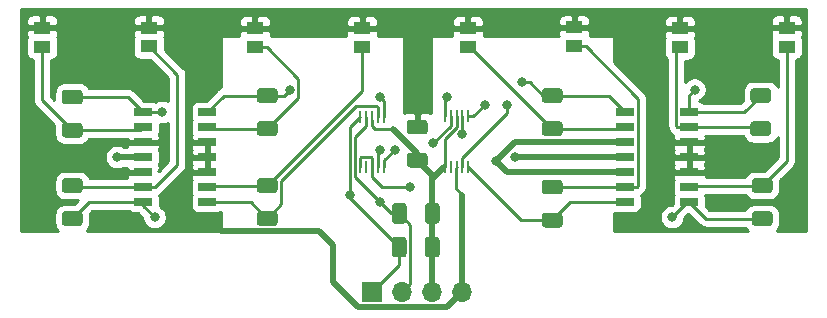
<source format=gbr>
%TF.GenerationSoftware,KiCad,Pcbnew,(5.1.6)-1*%
%TF.CreationDate,2020-11-25T02:53:10+01:00*%
%TF.ProjectId,MainBoard,4d61696e-426f-4617-9264-2e6b69636164,rev?*%
%TF.SameCoordinates,Original*%
%TF.FileFunction,Copper,L1,Top*%
%TF.FilePolarity,Positive*%
%FSLAX46Y46*%
G04 Gerber Fmt 4.6, Leading zero omitted, Abs format (unit mm)*
G04 Created by KiCad (PCBNEW (5.1.6)-1) date 2020-11-25 02:53:10*
%MOMM*%
%LPD*%
G01*
G04 APERTURE LIST*
%TA.AperFunction,SMDPad,CuDef*%
%ADD10R,0.250000X1.100000*%
%TD*%
%TA.AperFunction,ComponentPad*%
%ADD11O,1.700000X1.700000*%
%TD*%
%TA.AperFunction,ComponentPad*%
%ADD12R,1.700000X1.700000*%
%TD*%
%TA.AperFunction,SMDPad,CuDef*%
%ADD13R,1.525000X0.650000*%
%TD*%
%TA.AperFunction,SMDPad,CuDef*%
%ADD14R,1.450000X1.000000*%
%TD*%
%TA.AperFunction,ViaPad*%
%ADD15C,0.800000*%
%TD*%
%TA.AperFunction,Conductor*%
%ADD16C,0.250000*%
%TD*%
%TA.AperFunction,Conductor*%
%ADD17C,0.500000*%
%TD*%
%TA.AperFunction,Conductor*%
%ADD18C,0.254000*%
%TD*%
G04 APERTURE END LIST*
%TO.P,C1,2*%
%TO.N,GND*%
%TA.AperFunction,SMDPad,CuDef*%
G36*
G01*
X135245000Y-94605000D02*
X133995000Y-94605000D01*
G75*
G02*
X133745000Y-94355000I0J250000D01*
G01*
X133745000Y-93605000D01*
G75*
G02*
X133995000Y-93355000I250000J0D01*
G01*
X135245000Y-93355000D01*
G75*
G02*
X135495000Y-93605000I0J-250000D01*
G01*
X135495000Y-94355000D01*
G75*
G02*
X135245000Y-94605000I-250000J0D01*
G01*
G37*
%TD.AperFunction*%
%TO.P,C1,1*%
%TO.N,+5V*%
%TA.AperFunction,SMDPad,CuDef*%
G36*
G01*
X135245000Y-97405000D02*
X133995000Y-97405000D01*
G75*
G02*
X133745000Y-97155000I0J250000D01*
G01*
X133745000Y-96405000D01*
G75*
G02*
X133995000Y-96155000I250000J0D01*
G01*
X135245000Y-96155000D01*
G75*
G02*
X135495000Y-96405000I0J-250000D01*
G01*
X135495000Y-97155000D01*
G75*
G02*
X135245000Y-97405000I-250000J0D01*
G01*
G37*
%TD.AperFunction*%
%TD*%
D10*
%TO.P,U2,10*%
%TO.N,SCL*%
X136950780Y-93060387D03*
%TO.P,U2,9*%
%TO.N,SDA*%
X137450780Y-93060387D03*
%TO.P,U2,8*%
%TO.N,+5V*%
X137950780Y-93060387D03*
%TO.P,U2,7*%
%TO.N,AmpOut8*%
X138450780Y-93060387D03*
%TO.P,U2,6*%
%TO.N,AmpOut7*%
X138950780Y-93060387D03*
%TO.P,U2,5*%
%TO.N,AmpOut6*%
X138950780Y-97360387D03*
%TO.P,U2,4*%
%TO.N,AmpOut5*%
X138450780Y-97360387D03*
%TO.P,U2,3*%
%TO.N,GND*%
X137950780Y-97360387D03*
%TO.P,U2,2*%
%TO.N,Net-(U2-Pad2)*%
X137450780Y-97360387D03*
%TO.P,U2,1*%
%TO.N,+5V*%
X136950780Y-97360387D03*
%TD*%
%TO.P,U1,10*%
%TO.N,SCL*%
X129810000Y-93100000D03*
%TO.P,U1,9*%
%TO.N,SDA*%
X130310000Y-93100000D03*
%TO.P,U1,8*%
%TO.N,+5V*%
X130810000Y-93100000D03*
%TO.P,U1,7*%
%TO.N,AmpOut4*%
X131310000Y-93100000D03*
%TO.P,U1,6*%
%TO.N,AmpOut3*%
X131810000Y-93100000D03*
%TO.P,U1,5*%
%TO.N,AmpOut2*%
X131810000Y-97400000D03*
%TO.P,U1,4*%
%TO.N,AmpOut1*%
X131310000Y-97400000D03*
%TO.P,U1,3*%
%TO.N,GND*%
X130810000Y-97400000D03*
%TO.P,U1,2*%
%TO.N,Net-(U1-Pad2)*%
X130310000Y-97400000D03*
%TO.P,U1,1*%
%TO.N,GND*%
X129810000Y-97400000D03*
%TD*%
%TO.P,R10,2*%
%TO.N,+5V*%
%TA.AperFunction,SMDPad,CuDef*%
G36*
G01*
X135275115Y-101917405D02*
X135275115Y-100667405D01*
G75*
G02*
X135525115Y-100417405I250000J0D01*
G01*
X136275115Y-100417405D01*
G75*
G02*
X136525115Y-100667405I0J-250000D01*
G01*
X136525115Y-101917405D01*
G75*
G02*
X136275115Y-102167405I-250000J0D01*
G01*
X135525115Y-102167405D01*
G75*
G02*
X135275115Y-101917405I0J250000D01*
G01*
G37*
%TD.AperFunction*%
%TO.P,R10,1*%
%TO.N,SDA*%
%TA.AperFunction,SMDPad,CuDef*%
G36*
G01*
X132475115Y-101917405D02*
X132475115Y-100667405D01*
G75*
G02*
X132725115Y-100417405I250000J0D01*
G01*
X133475115Y-100417405D01*
G75*
G02*
X133725115Y-100667405I0J-250000D01*
G01*
X133725115Y-101917405D01*
G75*
G02*
X133475115Y-102167405I-250000J0D01*
G01*
X132725115Y-102167405D01*
G75*
G02*
X132475115Y-101917405I0J250000D01*
G01*
G37*
%TD.AperFunction*%
%TD*%
%TO.P,R9,2*%
%TO.N,+5V*%
%TA.AperFunction,SMDPad,CuDef*%
G36*
G01*
X135265000Y-104765000D02*
X135265000Y-103515000D01*
G75*
G02*
X135515000Y-103265000I250000J0D01*
G01*
X136265000Y-103265000D01*
G75*
G02*
X136515000Y-103515000I0J-250000D01*
G01*
X136515000Y-104765000D01*
G75*
G02*
X136265000Y-105015000I-250000J0D01*
G01*
X135515000Y-105015000D01*
G75*
G02*
X135265000Y-104765000I0J250000D01*
G01*
G37*
%TD.AperFunction*%
%TO.P,R9,1*%
%TO.N,SCL*%
%TA.AperFunction,SMDPad,CuDef*%
G36*
G01*
X132465000Y-104765000D02*
X132465000Y-103515000D01*
G75*
G02*
X132715000Y-103265000I250000J0D01*
G01*
X133465000Y-103265000D01*
G75*
G02*
X133715000Y-103515000I0J-250000D01*
G01*
X133715000Y-104765000D01*
G75*
G02*
X133465000Y-105015000I-250000J0D01*
G01*
X132715000Y-105015000D01*
G75*
G02*
X132465000Y-104765000I0J250000D01*
G01*
G37*
%TD.AperFunction*%
%TD*%
%TO.P,R8,2*%
%TO.N,AmpOut7*%
%TA.AperFunction,SMDPad,CuDef*%
G36*
G01*
X164325000Y-91935000D02*
X163075000Y-91935000D01*
G75*
G02*
X162825000Y-91685000I0J250000D01*
G01*
X162825000Y-90935000D01*
G75*
G02*
X163075000Y-90685000I250000J0D01*
G01*
X164325000Y-90685000D01*
G75*
G02*
X164575000Y-90935000I0J-250000D01*
G01*
X164575000Y-91685000D01*
G75*
G02*
X164325000Y-91935000I-250000J0D01*
G01*
G37*
%TD.AperFunction*%
%TO.P,R8,1*%
%TO.N,PD7*%
%TA.AperFunction,SMDPad,CuDef*%
G36*
G01*
X164325000Y-94735000D02*
X163075000Y-94735000D01*
G75*
G02*
X162825000Y-94485000I0J250000D01*
G01*
X162825000Y-93735000D01*
G75*
G02*
X163075000Y-93485000I250000J0D01*
G01*
X164325000Y-93485000D01*
G75*
G02*
X164575000Y-93735000I0J-250000D01*
G01*
X164575000Y-94485000D01*
G75*
G02*
X164325000Y-94735000I-250000J0D01*
G01*
G37*
%TD.AperFunction*%
%TD*%
%TO.P,R7,2*%
%TO.N,AmpOut8*%
%TA.AperFunction,SMDPad,CuDef*%
G36*
G01*
X163205000Y-101105000D02*
X164455000Y-101105000D01*
G75*
G02*
X164705000Y-101355000I0J-250000D01*
G01*
X164705000Y-102105000D01*
G75*
G02*
X164455000Y-102355000I-250000J0D01*
G01*
X163205000Y-102355000D01*
G75*
G02*
X162955000Y-102105000I0J250000D01*
G01*
X162955000Y-101355000D01*
G75*
G02*
X163205000Y-101105000I250000J0D01*
G01*
G37*
%TD.AperFunction*%
%TO.P,R7,1*%
%TO.N,PD8*%
%TA.AperFunction,SMDPad,CuDef*%
G36*
G01*
X163205000Y-98305000D02*
X164455000Y-98305000D01*
G75*
G02*
X164705000Y-98555000I0J-250000D01*
G01*
X164705000Y-99305000D01*
G75*
G02*
X164455000Y-99555000I-250000J0D01*
G01*
X163205000Y-99555000D01*
G75*
G02*
X162955000Y-99305000I0J250000D01*
G01*
X162955000Y-98555000D01*
G75*
G02*
X163205000Y-98305000I250000J0D01*
G01*
G37*
%TD.AperFunction*%
%TD*%
%TO.P,R6,2*%
%TO.N,PD6*%
%TA.AperFunction,SMDPad,CuDef*%
G36*
G01*
X146675000Y-99685000D02*
X145425000Y-99685000D01*
G75*
G02*
X145175000Y-99435000I0J250000D01*
G01*
X145175000Y-98685000D01*
G75*
G02*
X145425000Y-98435000I250000J0D01*
G01*
X146675000Y-98435000D01*
G75*
G02*
X146925000Y-98685000I0J-250000D01*
G01*
X146925000Y-99435000D01*
G75*
G02*
X146675000Y-99685000I-250000J0D01*
G01*
G37*
%TD.AperFunction*%
%TO.P,R6,1*%
%TO.N,AmpOut6*%
%TA.AperFunction,SMDPad,CuDef*%
G36*
G01*
X146675000Y-102485000D02*
X145425000Y-102485000D01*
G75*
G02*
X145175000Y-102235000I0J250000D01*
G01*
X145175000Y-101485000D01*
G75*
G02*
X145425000Y-101235000I250000J0D01*
G01*
X146675000Y-101235000D01*
G75*
G02*
X146925000Y-101485000I0J-250000D01*
G01*
X146925000Y-102235000D01*
G75*
G02*
X146675000Y-102485000I-250000J0D01*
G01*
G37*
%TD.AperFunction*%
%TD*%
%TO.P,R5,2*%
%TO.N,PD5*%
%TA.AperFunction,SMDPad,CuDef*%
G36*
G01*
X145425000Y-93485000D02*
X146675000Y-93485000D01*
G75*
G02*
X146925000Y-93735000I0J-250000D01*
G01*
X146925000Y-94485000D01*
G75*
G02*
X146675000Y-94735000I-250000J0D01*
G01*
X145425000Y-94735000D01*
G75*
G02*
X145175000Y-94485000I0J250000D01*
G01*
X145175000Y-93735000D01*
G75*
G02*
X145425000Y-93485000I250000J0D01*
G01*
G37*
%TD.AperFunction*%
%TO.P,R5,1*%
%TO.N,AmpOut5*%
%TA.AperFunction,SMDPad,CuDef*%
G36*
G01*
X145425000Y-90685000D02*
X146675000Y-90685000D01*
G75*
G02*
X146925000Y-90935000I0J-250000D01*
G01*
X146925000Y-91685000D01*
G75*
G02*
X146675000Y-91935000I-250000J0D01*
G01*
X145425000Y-91935000D01*
G75*
G02*
X145175000Y-91685000I0J250000D01*
G01*
X145175000Y-90935000D01*
G75*
G02*
X145425000Y-90685000I250000J0D01*
G01*
G37*
%TD.AperFunction*%
%TD*%
%TO.P,R4,2*%
%TO.N,AmpOut4*%
%TA.AperFunction,SMDPad,CuDef*%
G36*
G01*
X121295000Y-101105000D02*
X122545000Y-101105000D01*
G75*
G02*
X122795000Y-101355000I0J-250000D01*
G01*
X122795000Y-102105000D01*
G75*
G02*
X122545000Y-102355000I-250000J0D01*
G01*
X121295000Y-102355000D01*
G75*
G02*
X121045000Y-102105000I0J250000D01*
G01*
X121045000Y-101355000D01*
G75*
G02*
X121295000Y-101105000I250000J0D01*
G01*
G37*
%TD.AperFunction*%
%TO.P,R4,1*%
%TO.N,PD4*%
%TA.AperFunction,SMDPad,CuDef*%
G36*
G01*
X121295000Y-98305000D02*
X122545000Y-98305000D01*
G75*
G02*
X122795000Y-98555000I0J-250000D01*
G01*
X122795000Y-99305000D01*
G75*
G02*
X122545000Y-99555000I-250000J0D01*
G01*
X121295000Y-99555000D01*
G75*
G02*
X121045000Y-99305000I0J250000D01*
G01*
X121045000Y-98555000D01*
G75*
G02*
X121295000Y-98305000I250000J0D01*
G01*
G37*
%TD.AperFunction*%
%TD*%
%TO.P,R3,2*%
%TO.N,AmpOut3*%
%TA.AperFunction,SMDPad,CuDef*%
G36*
G01*
X122545000Y-91935000D02*
X121295000Y-91935000D01*
G75*
G02*
X121045000Y-91685000I0J250000D01*
G01*
X121045000Y-90935000D01*
G75*
G02*
X121295000Y-90685000I250000J0D01*
G01*
X122545000Y-90685000D01*
G75*
G02*
X122795000Y-90935000I0J-250000D01*
G01*
X122795000Y-91685000D01*
G75*
G02*
X122545000Y-91935000I-250000J0D01*
G01*
G37*
%TD.AperFunction*%
%TO.P,R3,1*%
%TO.N,PD3*%
%TA.AperFunction,SMDPad,CuDef*%
G36*
G01*
X122545000Y-94735000D02*
X121295000Y-94735000D01*
G75*
G02*
X121045000Y-94485000I0J250000D01*
G01*
X121045000Y-93735000D01*
G75*
G02*
X121295000Y-93485000I250000J0D01*
G01*
X122545000Y-93485000D01*
G75*
G02*
X122795000Y-93735000I0J-250000D01*
G01*
X122795000Y-94485000D01*
G75*
G02*
X122545000Y-94735000I-250000J0D01*
G01*
G37*
%TD.AperFunction*%
%TD*%
%TO.P,R2,2*%
%TO.N,PD2*%
%TA.AperFunction,SMDPad,CuDef*%
G36*
G01*
X106035000Y-99555000D02*
X104785000Y-99555000D01*
G75*
G02*
X104535000Y-99305000I0J250000D01*
G01*
X104535000Y-98555000D01*
G75*
G02*
X104785000Y-98305000I250000J0D01*
G01*
X106035000Y-98305000D01*
G75*
G02*
X106285000Y-98555000I0J-250000D01*
G01*
X106285000Y-99305000D01*
G75*
G02*
X106035000Y-99555000I-250000J0D01*
G01*
G37*
%TD.AperFunction*%
%TO.P,R2,1*%
%TO.N,AmpOut2*%
%TA.AperFunction,SMDPad,CuDef*%
G36*
G01*
X106035000Y-102355000D02*
X104785000Y-102355000D01*
G75*
G02*
X104535000Y-102105000I0J250000D01*
G01*
X104535000Y-101355000D01*
G75*
G02*
X104785000Y-101105000I250000J0D01*
G01*
X106035000Y-101105000D01*
G75*
G02*
X106285000Y-101355000I0J-250000D01*
G01*
X106285000Y-102105000D01*
G75*
G02*
X106035000Y-102355000I-250000J0D01*
G01*
G37*
%TD.AperFunction*%
%TD*%
%TO.P,R1,2*%
%TO.N,PD1*%
%TA.AperFunction,SMDPad,CuDef*%
G36*
G01*
X104785000Y-93615000D02*
X106035000Y-93615000D01*
G75*
G02*
X106285000Y-93865000I0J-250000D01*
G01*
X106285000Y-94615000D01*
G75*
G02*
X106035000Y-94865000I-250000J0D01*
G01*
X104785000Y-94865000D01*
G75*
G02*
X104535000Y-94615000I0J250000D01*
G01*
X104535000Y-93865000D01*
G75*
G02*
X104785000Y-93615000I250000J0D01*
G01*
G37*
%TD.AperFunction*%
%TO.P,R1,1*%
%TO.N,AmpOut1*%
%TA.AperFunction,SMDPad,CuDef*%
G36*
G01*
X104785000Y-90815000D02*
X106035000Y-90815000D01*
G75*
G02*
X106285000Y-91065000I0J-250000D01*
G01*
X106285000Y-91815000D01*
G75*
G02*
X106035000Y-92065000I-250000J0D01*
G01*
X104785000Y-92065000D01*
G75*
G02*
X104535000Y-91815000I0J250000D01*
G01*
X104535000Y-91065000D01*
G75*
G02*
X104785000Y-90815000I250000J0D01*
G01*
G37*
%TD.AperFunction*%
%TD*%
D11*
%TO.P,J1,4*%
%TO.N,GND*%
X138430000Y-107950000D03*
%TO.P,J1,3*%
%TO.N,+5V*%
X135890000Y-107950000D03*
%TO.P,J1,2*%
%TO.N,SDA*%
X133350000Y-107950000D03*
D12*
%TO.P,J1,1*%
%TO.N,SCL*%
X130810000Y-107950000D03*
%TD*%
D13*
%TO.P,IC2,14*%
%TO.N,AmpOut7*%
X157652000Y-92710000D03*
%TO.P,IC2,13*%
%TO.N,PD7*%
X157652000Y-93980000D03*
%TO.P,IC2,12*%
%TO.N,GND*%
X157652000Y-95250000D03*
%TO.P,IC2,11*%
X157652000Y-96520000D03*
%TO.P,IC2,10*%
X157652000Y-97790000D03*
%TO.P,IC2,9*%
%TO.N,PD8*%
X157652000Y-99060000D03*
%TO.P,IC2,8*%
%TO.N,AmpOut8*%
X157652000Y-100330000D03*
%TO.P,IC2,7*%
%TO.N,AmpOut6*%
X152228000Y-100330000D03*
%TO.P,IC2,6*%
%TO.N,PD6*%
X152228000Y-99060000D03*
%TO.P,IC2,5*%
%TO.N,GND*%
X152228000Y-97790000D03*
%TO.P,IC2,4*%
%TO.N,+5V*%
X152228000Y-96520000D03*
%TO.P,IC2,3*%
%TO.N,GND*%
X152228000Y-95250000D03*
%TO.P,IC2,2*%
%TO.N,PD5*%
X152228000Y-93980000D03*
%TO.P,IC2,1*%
%TO.N,AmpOut5*%
X152228000Y-92710000D03*
%TD*%
%TO.P,IC1,14*%
%TO.N,AmpOut3*%
X116840000Y-92710000D03*
%TO.P,IC1,13*%
%TO.N,PD3*%
X116840000Y-93980000D03*
%TO.P,IC1,12*%
%TO.N,GND*%
X116840000Y-95250000D03*
%TO.P,IC1,11*%
X116840000Y-96520000D03*
%TO.P,IC1,10*%
X116840000Y-97790000D03*
%TO.P,IC1,9*%
%TO.N,PD4*%
X116840000Y-99060000D03*
%TO.P,IC1,8*%
%TO.N,AmpOut4*%
X116840000Y-100330000D03*
%TO.P,IC1,7*%
%TO.N,AmpOut2*%
X111416000Y-100330000D03*
%TO.P,IC1,6*%
%TO.N,PD2*%
X111416000Y-99060000D03*
%TO.P,IC1,5*%
%TO.N,GND*%
X111416000Y-97790000D03*
%TO.P,IC1,4*%
%TO.N,+5V*%
X111416000Y-96520000D03*
%TO.P,IC1,3*%
%TO.N,GND*%
X111416000Y-95250000D03*
%TO.P,IC1,2*%
%TO.N,PD1*%
X111416000Y-93980000D03*
%TO.P,IC1,1*%
%TO.N,AmpOut1*%
X111416000Y-92710000D03*
%TD*%
D14*
%TO.P,D8,2*%
%TO.N,PD8*%
X165900000Y-87160000D03*
%TO.P,D8,1*%
%TO.N,GND*%
X165900000Y-85560000D03*
%TD*%
%TO.P,D7,2*%
%TO.N,PD7*%
X156868641Y-87207097D03*
%TO.P,D7,1*%
%TO.N,GND*%
X156868641Y-85607097D03*
%TD*%
%TO.P,D6,2*%
%TO.N,PD6*%
X147920099Y-87144300D03*
%TO.P,D6,1*%
%TO.N,GND*%
X147920099Y-85544300D03*
%TD*%
%TO.P,D5,2*%
%TO.N,PD5*%
X138915040Y-87192057D03*
%TO.P,D5,1*%
%TO.N,GND*%
X138915040Y-85592057D03*
%TD*%
%TO.P,D4,2*%
%TO.N,PD4*%
X129966498Y-87192057D03*
%TO.P,D4,1*%
%TO.N,GND*%
X129966498Y-85592057D03*
%TD*%
%TO.P,D3,2*%
%TO.N,PD3*%
X120887451Y-87212336D03*
%TO.P,D3,1*%
%TO.N,GND*%
X120887451Y-85612336D03*
%TD*%
%TO.P,D2,2*%
%TO.N,PD2*%
X111912743Y-87148880D03*
%TO.P,D2,1*%
%TO.N,GND*%
X111912743Y-85548880D03*
%TD*%
%TO.P,D1,2*%
%TO.N,PD1*%
X102870000Y-87160000D03*
%TO.P,D1,1*%
%TO.N,GND*%
X102870000Y-85560000D03*
%TD*%
D15*
%TO.N,GND*%
X141293499Y-96843499D03*
X133985000Y-99060000D03*
%TO.N,AmpOut3*%
X131445000Y-91440000D03*
X123825000Y-90805000D03*
%TO.N,AmpOut2*%
X112395000Y-101600000D03*
X132715000Y-95885000D03*
%TO.N,+5V*%
X109220000Y-96520000D03*
X142875000Y-96520000D03*
X142875000Y-96520000D03*
%TO.N,AmpOut1*%
X113030000Y-92710000D03*
X131445000Y-95885000D03*
%TO.N,AmpOut7*%
X140335000Y-92075000D03*
X158115000Y-90805000D03*
%TO.N,AmpOut8*%
X138450780Y-94594220D03*
X156210000Y-101600000D03*
%TO.N,AmpOut5*%
X143510000Y-90170000D03*
X142240000Y-92075000D03*
%TO.N,SDA*%
X135975583Y-95335583D03*
X131462499Y-100312501D03*
%TO.N,SCL*%
X137160000Y-91440000D03*
X128909989Y-99690011D03*
%TD*%
D16*
%TO.N,PD1*%
X102870000Y-91700000D02*
X105410000Y-94240000D01*
X102870000Y-87160000D02*
X102870000Y-91700000D01*
X111156000Y-94240000D02*
X111416000Y-93980000D01*
X105410000Y-94240000D02*
X111156000Y-94240000D01*
D17*
%TO.N,GND*%
X142886998Y-95250000D02*
X152228000Y-95250000D01*
X141293499Y-96843499D02*
X142886998Y-95250000D01*
X137129999Y-109250001D02*
X129599999Y-109250001D01*
X138430000Y-107950000D02*
X137129999Y-109250001D01*
X127475010Y-103943245D02*
X126336775Y-102805010D01*
X129599999Y-109250001D02*
X127475010Y-107125012D01*
X126336775Y-102805010D02*
X118045010Y-102805010D01*
X127475010Y-107125012D02*
X127475010Y-103943245D01*
X118045010Y-102805010D02*
X117475000Y-102235000D01*
X117475000Y-102235000D02*
X116840000Y-102235000D01*
X138430000Y-107950000D02*
X138430000Y-99695000D01*
D16*
X138430000Y-99695000D02*
X137900781Y-99165781D01*
X137900781Y-97410386D02*
X137950780Y-97360387D01*
X137900781Y-99165781D02*
X137900781Y-97410386D01*
X129810000Y-96600000D02*
X129885001Y-96524999D01*
X130810000Y-96600000D02*
X130810000Y-97400000D01*
X130734999Y-96524999D02*
X130810000Y-96600000D01*
X129810000Y-97400000D02*
X129810000Y-96600000D01*
X130179999Y-96524999D02*
X130734999Y-96524999D01*
X129885001Y-96524999D02*
X130179999Y-96524999D01*
D17*
X142240000Y-97790000D02*
X141293499Y-96843499D01*
X152228000Y-97790000D02*
X142240000Y-97790000D01*
D16*
X130810000Y-98200000D02*
X131670000Y-99060000D01*
X130810000Y-97400000D02*
X130810000Y-98200000D01*
X131670000Y-99060000D02*
X133985000Y-99060000D01*
X133985000Y-99060000D02*
X133985000Y-99060000D01*
%TO.N,PD2*%
X105540000Y-99060000D02*
X105410000Y-98930000D01*
X111416000Y-99060000D02*
X105540000Y-99060000D01*
X111912743Y-87148880D02*
X111913880Y-87148880D01*
X111913880Y-87148880D02*
X114300000Y-89535000D01*
X112428500Y-99060000D02*
X111416000Y-99060000D01*
X114300000Y-97188500D02*
X112428500Y-99060000D01*
X114300000Y-89535000D02*
X114300000Y-97188500D01*
%TO.N,PD3*%
X116970000Y-94110000D02*
X116840000Y-93980000D01*
X121920000Y-94110000D02*
X116970000Y-94110000D01*
X120887451Y-87212336D02*
X121502336Y-87212336D01*
X124550001Y-91479999D02*
X121920000Y-94110000D01*
X124550001Y-89899886D02*
X124550001Y-91479999D01*
X121862451Y-87212336D02*
X124550001Y-89899886D01*
X120887451Y-87212336D02*
X121862451Y-87212336D01*
%TO.N,PD4*%
X129966498Y-90883502D02*
X121920000Y-98930000D01*
X129966498Y-87192057D02*
X129966498Y-90883502D01*
X116970000Y-98930000D02*
X116840000Y-99060000D01*
X121920000Y-98930000D02*
X116970000Y-98930000D01*
%TO.N,PD5*%
X139132057Y-87192057D02*
X146050000Y-94110000D01*
X138915040Y-87192057D02*
X139132057Y-87192057D01*
X152098000Y-94110000D02*
X152228000Y-93980000D01*
X146050000Y-94110000D02*
X152098000Y-94110000D01*
%TO.N,PD6*%
X153240500Y-99060000D02*
X152228000Y-99060000D01*
X147920099Y-87144300D02*
X148895099Y-87144300D01*
X152228000Y-99060000D02*
X146050000Y-99060000D01*
X153315501Y-98984999D02*
X153240500Y-99060000D01*
X153315501Y-91564702D02*
X153315501Y-98984999D01*
X148895099Y-87144300D02*
X153315501Y-91564702D01*
%TO.N,PD7*%
X156639500Y-93980000D02*
X157652000Y-93980000D01*
X156564499Y-93904999D02*
X156639500Y-93980000D01*
X156564499Y-87511239D02*
X156564499Y-93904999D01*
X156868641Y-87207097D02*
X156564499Y-87511239D01*
X163570000Y-93980000D02*
X163700000Y-94110000D01*
X157652000Y-93980000D02*
X163570000Y-93980000D01*
%TO.N,PD8*%
X165900000Y-96860000D02*
X163830000Y-98930000D01*
X165900000Y-87160000D02*
X165900000Y-96860000D01*
X157782000Y-98930000D02*
X157652000Y-99060000D01*
X163830000Y-98930000D02*
X157782000Y-98930000D01*
%TO.N,AmpOut3*%
X118240000Y-91310000D02*
X116840000Y-92710000D01*
X121920000Y-91310000D02*
X118240000Y-91310000D01*
X121920000Y-91310000D02*
X123320000Y-91310000D01*
X123320000Y-91310000D02*
X123825000Y-90805000D01*
X131810000Y-93100000D02*
X131810000Y-91805000D01*
X131810000Y-91805000D02*
X131445000Y-91440000D01*
X131445000Y-91440000D02*
X131445000Y-91440000D01*
X123825000Y-90805000D02*
X123825000Y-90805000D01*
%TO.N,AmpOut4*%
X120520000Y-100330000D02*
X121920000Y-101730000D01*
X116840000Y-100330000D02*
X120520000Y-100330000D01*
X131310000Y-92339998D02*
X131310000Y-93100000D01*
X131195001Y-92224999D02*
X131310000Y-92339998D01*
X129424999Y-92224999D02*
X131195001Y-92224999D01*
X123120010Y-98529988D02*
X129424999Y-92224999D01*
X123120010Y-100529990D02*
X123120010Y-98529988D01*
X121920000Y-101730000D02*
X123120010Y-100529990D01*
%TO.N,AmpOut2*%
X106810000Y-100330000D02*
X105410000Y-101730000D01*
X111416000Y-100330000D02*
X106810000Y-100330000D01*
X111416000Y-100330000D02*
X111760000Y-100330000D01*
X111416000Y-100330000D02*
X111416000Y-100621000D01*
X111416000Y-100621000D02*
X112395000Y-101600000D01*
X112395000Y-101600000D02*
X112395000Y-101600000D01*
X131810000Y-97400000D02*
X131810000Y-96790000D01*
X131810000Y-96790000D02*
X132715000Y-95885000D01*
X132715000Y-95885000D02*
X132715000Y-95885000D01*
D17*
%TO.N,+5V*%
X135890000Y-107950000D02*
X135890000Y-104140000D01*
X135890000Y-101302520D02*
X135900115Y-101292405D01*
X135890000Y-104140000D02*
X135890000Y-101302520D01*
X135900115Y-98336051D02*
X136875779Y-97360387D01*
X135900115Y-101292405D02*
X135900115Y-98336051D01*
X135900115Y-98060115D02*
X134620000Y-96780000D01*
X135900115Y-98336051D02*
X135900115Y-98060115D01*
D16*
X137950780Y-93996797D02*
X137950780Y-93060387D01*
X136950780Y-94996797D02*
X137950780Y-93996797D01*
X136950780Y-97360387D02*
X136950780Y-94996797D01*
D17*
X134620000Y-96155000D02*
X132565001Y-94100001D01*
X134620000Y-96780000D02*
X134620000Y-96155000D01*
D16*
X131049999Y-94100001D02*
X130810000Y-93860002D01*
X132565001Y-94100001D02*
X131049999Y-94100001D01*
X130810000Y-93860002D02*
X130810000Y-93345000D01*
D17*
X111416000Y-96520000D02*
X109220000Y-96520000D01*
X109220000Y-96520000D02*
X109220000Y-96520000D01*
X152228000Y-96520000D02*
X142875000Y-96520000D01*
X142875000Y-96520000D02*
X142875000Y-96520000D01*
X142875000Y-96520000D02*
X142875000Y-96520000D01*
D16*
%TO.N,AmpOut1*%
X110146000Y-91440000D02*
X111416000Y-92710000D01*
X105410000Y-91440000D02*
X110146000Y-91440000D01*
X111416000Y-92710000D02*
X113030000Y-92710000D01*
X113030000Y-92710000D02*
X113030000Y-92710000D01*
X131310000Y-96020000D02*
X131310000Y-97400000D01*
X131445000Y-95885000D02*
X131310000Y-96020000D01*
%TO.N,AmpOut7*%
X162300000Y-92710000D02*
X163700000Y-91310000D01*
X157652000Y-92710000D02*
X162300000Y-92710000D01*
X138950780Y-93060387D02*
X139349613Y-93060387D01*
X139349613Y-93060387D02*
X140335000Y-92075000D01*
X140335000Y-92075000D02*
X140335000Y-92075000D01*
X157652000Y-92710000D02*
X157652000Y-91268000D01*
X157652000Y-91268000D02*
X158115000Y-90805000D01*
X158115000Y-90805000D02*
X158115000Y-90805000D01*
%TO.N,AmpOut8*%
X159052000Y-101730000D02*
X157652000Y-100330000D01*
X163830000Y-101730000D02*
X159052000Y-101730000D01*
X138450780Y-93060387D02*
X138450780Y-94594220D01*
X138450780Y-94594220D02*
X138450780Y-94594220D01*
X157652000Y-100330000D02*
X157480000Y-100330000D01*
X157480000Y-100330000D02*
X156210000Y-101600000D01*
X156210000Y-101600000D02*
X156210000Y-101600000D01*
%TO.N,AmpOut6*%
X147580000Y-100330000D02*
X146050000Y-101860000D01*
X152228000Y-100330000D02*
X147580000Y-100330000D01*
X143450393Y-101860000D02*
X138950780Y-97360387D01*
X146050000Y-101860000D02*
X143450393Y-101860000D01*
%TO.N,AmpOut5*%
X150828000Y-91310000D02*
X152228000Y-92710000D01*
X146050000Y-91310000D02*
X150828000Y-91310000D01*
X146050000Y-91310000D02*
X145285000Y-91310000D01*
X145285000Y-91310000D02*
X144145000Y-90170000D01*
X144145000Y-90170000D02*
X143510000Y-90170000D01*
X143510000Y-90170000D02*
X143510000Y-90170000D01*
X138450780Y-96560387D02*
X142240000Y-92771167D01*
X138450780Y-97360387D02*
X138450780Y-96560387D01*
X142240000Y-92771167D02*
X142240000Y-92075000D01*
X142240000Y-92075000D02*
X142240000Y-92075000D01*
%TO.N,SDA*%
X132442403Y-101292405D02*
X133100115Y-101292405D01*
X134040010Y-107259990D02*
X133350000Y-107950000D01*
X134040010Y-102232300D02*
X134040010Y-107259990D01*
X133100115Y-101292405D02*
X134040010Y-102232300D01*
X137450780Y-93060387D02*
X137450780Y-93860387D01*
X137450780Y-93860387D02*
X135975583Y-95335583D01*
X131462499Y-100312501D02*
X132442403Y-101292405D01*
X130310000Y-93900000D02*
X130310000Y-93100000D01*
X129359999Y-94850001D02*
X130310000Y-93900000D01*
X129359999Y-98210001D02*
X129359999Y-94850001D01*
X131462499Y-100312501D02*
X129359999Y-98210001D01*
%TO.N,SCL*%
X128909989Y-99959989D02*
X133090000Y-104140000D01*
X128909989Y-94000011D02*
X128909989Y-99690011D01*
X129810000Y-93100000D02*
X128909989Y-94000011D01*
X133090000Y-105670000D02*
X130810000Y-107950000D01*
X133090000Y-104140000D02*
X133090000Y-105670000D01*
X136950780Y-93060387D02*
X136950780Y-92919220D01*
X128909989Y-99690011D02*
X128909989Y-99959989D01*
X136950780Y-91649220D02*
X137160000Y-91440000D01*
X136950780Y-93060387D02*
X136950780Y-91649220D01*
%TD*%
D18*
%TO.N,GND*%
G36*
X167513000Y-86233000D02*
G01*
X167236094Y-86233000D01*
X167250812Y-86184482D01*
X167263072Y-86060000D01*
X167260000Y-85845750D01*
X167101250Y-85687000D01*
X166027000Y-85687000D01*
X166027000Y-85707000D01*
X165773000Y-85707000D01*
X165773000Y-85687000D01*
X164698750Y-85687000D01*
X164540000Y-85845750D01*
X164536928Y-86060000D01*
X164549188Y-86184482D01*
X164563906Y-86233000D01*
X158219022Y-86233000D01*
X158219453Y-86231579D01*
X158231713Y-86107097D01*
X158228641Y-85892847D01*
X158069891Y-85734097D01*
X156995641Y-85734097D01*
X156995641Y-85754097D01*
X156741641Y-85754097D01*
X156741641Y-85734097D01*
X155667391Y-85734097D01*
X155508641Y-85892847D01*
X155505569Y-86107097D01*
X155517829Y-86231579D01*
X155518260Y-86233000D01*
X149251431Y-86233000D01*
X149270911Y-86168782D01*
X149283171Y-86044300D01*
X149280099Y-85830050D01*
X149121349Y-85671300D01*
X148047099Y-85671300D01*
X148047099Y-85691300D01*
X147793099Y-85691300D01*
X147793099Y-85671300D01*
X146718849Y-85671300D01*
X146560099Y-85830050D01*
X146557027Y-86044300D01*
X146569287Y-86168782D01*
X146588767Y-86233000D01*
X140260859Y-86233000D01*
X140265852Y-86216539D01*
X140278112Y-86092057D01*
X140275040Y-85877807D01*
X140116290Y-85719057D01*
X139042040Y-85719057D01*
X139042040Y-85739057D01*
X138788040Y-85739057D01*
X138788040Y-85719057D01*
X137713790Y-85719057D01*
X137555040Y-85877807D01*
X137551968Y-86092057D01*
X137564228Y-86216539D01*
X137569221Y-86233000D01*
X131312317Y-86233000D01*
X131317310Y-86216539D01*
X131329570Y-86092057D01*
X131326498Y-85877807D01*
X131167748Y-85719057D01*
X130093498Y-85719057D01*
X130093498Y-85739057D01*
X129839498Y-85739057D01*
X129839498Y-85719057D01*
X128765248Y-85719057D01*
X128606498Y-85877807D01*
X128603426Y-86092057D01*
X128615686Y-86216539D01*
X128620679Y-86233000D01*
X122238639Y-86233000D01*
X122250523Y-86112336D01*
X122247451Y-85898086D01*
X122088701Y-85739336D01*
X121014451Y-85739336D01*
X121014451Y-85759336D01*
X120760451Y-85759336D01*
X120760451Y-85739336D01*
X119686201Y-85739336D01*
X119527451Y-85898086D01*
X119524379Y-86112336D01*
X119536263Y-86233000D01*
X113245464Y-86233000D01*
X113263555Y-86173362D01*
X113275815Y-86048880D01*
X113272743Y-85834630D01*
X113113993Y-85675880D01*
X112039743Y-85675880D01*
X112039743Y-85695880D01*
X111785743Y-85695880D01*
X111785743Y-85675880D01*
X110711493Y-85675880D01*
X110552743Y-85834630D01*
X110549671Y-86048880D01*
X110561931Y-86173362D01*
X110580022Y-86233000D01*
X104206094Y-86233000D01*
X104220812Y-86184482D01*
X104233072Y-86060000D01*
X104230000Y-85845750D01*
X104071250Y-85687000D01*
X102997000Y-85687000D01*
X102997000Y-85707000D01*
X102743000Y-85707000D01*
X102743000Y-85687000D01*
X101668750Y-85687000D01*
X101510000Y-85845750D01*
X101506928Y-86060000D01*
X101519188Y-86184482D01*
X101533906Y-86233000D01*
X101092000Y-86233000D01*
X101092000Y-85060000D01*
X101506928Y-85060000D01*
X101510000Y-85274250D01*
X101668750Y-85433000D01*
X102743000Y-85433000D01*
X102743000Y-84583750D01*
X102997000Y-84583750D01*
X102997000Y-85433000D01*
X104071250Y-85433000D01*
X104230000Y-85274250D01*
X104233072Y-85060000D01*
X104231977Y-85048880D01*
X110549671Y-85048880D01*
X110552743Y-85263130D01*
X110711493Y-85421880D01*
X111785743Y-85421880D01*
X111785743Y-84572630D01*
X112039743Y-84572630D01*
X112039743Y-85421880D01*
X113113993Y-85421880D01*
X113272743Y-85263130D01*
X113274905Y-85112336D01*
X119524379Y-85112336D01*
X119527451Y-85326586D01*
X119686201Y-85485336D01*
X120760451Y-85485336D01*
X120760451Y-84636086D01*
X121014451Y-84636086D01*
X121014451Y-85485336D01*
X122088701Y-85485336D01*
X122247451Y-85326586D01*
X122250523Y-85112336D01*
X122248526Y-85092057D01*
X128603426Y-85092057D01*
X128606498Y-85306307D01*
X128765248Y-85465057D01*
X129839498Y-85465057D01*
X129839498Y-84615807D01*
X130093498Y-84615807D01*
X130093498Y-85465057D01*
X131167748Y-85465057D01*
X131326498Y-85306307D01*
X131329570Y-85092057D01*
X137551968Y-85092057D01*
X137555040Y-85306307D01*
X137713790Y-85465057D01*
X138788040Y-85465057D01*
X138788040Y-84615807D01*
X139042040Y-84615807D01*
X139042040Y-85465057D01*
X140116290Y-85465057D01*
X140275040Y-85306307D01*
X140278112Y-85092057D01*
X140273409Y-85044300D01*
X146557027Y-85044300D01*
X146560099Y-85258550D01*
X146718849Y-85417300D01*
X147793099Y-85417300D01*
X147793099Y-84568050D01*
X148047099Y-84568050D01*
X148047099Y-85417300D01*
X149121349Y-85417300D01*
X149280099Y-85258550D01*
X149282270Y-85107097D01*
X155505569Y-85107097D01*
X155508641Y-85321347D01*
X155667391Y-85480097D01*
X156741641Y-85480097D01*
X156741641Y-84630847D01*
X156995641Y-84630847D01*
X156995641Y-85480097D01*
X158069891Y-85480097D01*
X158228641Y-85321347D01*
X158231713Y-85107097D01*
X158227075Y-85060000D01*
X164536928Y-85060000D01*
X164540000Y-85274250D01*
X164698750Y-85433000D01*
X165773000Y-85433000D01*
X165773000Y-84583750D01*
X166027000Y-84583750D01*
X166027000Y-85433000D01*
X167101250Y-85433000D01*
X167260000Y-85274250D01*
X167263072Y-85060000D01*
X167250812Y-84935518D01*
X167214502Y-84815820D01*
X167155537Y-84705506D01*
X167076185Y-84608815D01*
X166979494Y-84529463D01*
X166869180Y-84470498D01*
X166749482Y-84434188D01*
X166625000Y-84421928D01*
X166185750Y-84425000D01*
X166027000Y-84583750D01*
X165773000Y-84583750D01*
X165614250Y-84425000D01*
X165175000Y-84421928D01*
X165050518Y-84434188D01*
X164930820Y-84470498D01*
X164820506Y-84529463D01*
X164723815Y-84608815D01*
X164644463Y-84705506D01*
X164585498Y-84815820D01*
X164549188Y-84935518D01*
X164536928Y-85060000D01*
X158227075Y-85060000D01*
X158219453Y-84982615D01*
X158183143Y-84862917D01*
X158124178Y-84752603D01*
X158044826Y-84655912D01*
X157948135Y-84576560D01*
X157837821Y-84517595D01*
X157718123Y-84481285D01*
X157593641Y-84469025D01*
X157154391Y-84472097D01*
X156995641Y-84630847D01*
X156741641Y-84630847D01*
X156582891Y-84472097D01*
X156143641Y-84469025D01*
X156019159Y-84481285D01*
X155899461Y-84517595D01*
X155789147Y-84576560D01*
X155692456Y-84655912D01*
X155613104Y-84752603D01*
X155554139Y-84862917D01*
X155517829Y-84982615D01*
X155505569Y-85107097D01*
X149282270Y-85107097D01*
X149283171Y-85044300D01*
X149270911Y-84919818D01*
X149234601Y-84800120D01*
X149175636Y-84689806D01*
X149096284Y-84593115D01*
X148999593Y-84513763D01*
X148889279Y-84454798D01*
X148769581Y-84418488D01*
X148645099Y-84406228D01*
X148205849Y-84409300D01*
X148047099Y-84568050D01*
X147793099Y-84568050D01*
X147634349Y-84409300D01*
X147195099Y-84406228D01*
X147070617Y-84418488D01*
X146950919Y-84454798D01*
X146840605Y-84513763D01*
X146743914Y-84593115D01*
X146664562Y-84689806D01*
X146605597Y-84800120D01*
X146569287Y-84919818D01*
X146557027Y-85044300D01*
X140273409Y-85044300D01*
X140265852Y-84967575D01*
X140229542Y-84847877D01*
X140170577Y-84737563D01*
X140091225Y-84640872D01*
X139994534Y-84561520D01*
X139884220Y-84502555D01*
X139764522Y-84466245D01*
X139640040Y-84453985D01*
X139200790Y-84457057D01*
X139042040Y-84615807D01*
X138788040Y-84615807D01*
X138629290Y-84457057D01*
X138190040Y-84453985D01*
X138065558Y-84466245D01*
X137945860Y-84502555D01*
X137835546Y-84561520D01*
X137738855Y-84640872D01*
X137659503Y-84737563D01*
X137600538Y-84847877D01*
X137564228Y-84967575D01*
X137551968Y-85092057D01*
X131329570Y-85092057D01*
X131317310Y-84967575D01*
X131281000Y-84847877D01*
X131222035Y-84737563D01*
X131142683Y-84640872D01*
X131045992Y-84561520D01*
X130935678Y-84502555D01*
X130815980Y-84466245D01*
X130691498Y-84453985D01*
X130252248Y-84457057D01*
X130093498Y-84615807D01*
X129839498Y-84615807D01*
X129680748Y-84457057D01*
X129241498Y-84453985D01*
X129117016Y-84466245D01*
X128997318Y-84502555D01*
X128887004Y-84561520D01*
X128790313Y-84640872D01*
X128710961Y-84737563D01*
X128651996Y-84847877D01*
X128615686Y-84967575D01*
X128603426Y-85092057D01*
X122248526Y-85092057D01*
X122238263Y-84987854D01*
X122201953Y-84868156D01*
X122142988Y-84757842D01*
X122063636Y-84661151D01*
X121966945Y-84581799D01*
X121856631Y-84522834D01*
X121736933Y-84486524D01*
X121612451Y-84474264D01*
X121173201Y-84477336D01*
X121014451Y-84636086D01*
X120760451Y-84636086D01*
X120601701Y-84477336D01*
X120162451Y-84474264D01*
X120037969Y-84486524D01*
X119918271Y-84522834D01*
X119807957Y-84581799D01*
X119711266Y-84661151D01*
X119631914Y-84757842D01*
X119572949Y-84868156D01*
X119536639Y-84987854D01*
X119524379Y-85112336D01*
X113274905Y-85112336D01*
X113275815Y-85048880D01*
X113263555Y-84924398D01*
X113227245Y-84804700D01*
X113168280Y-84694386D01*
X113088928Y-84597695D01*
X112992237Y-84518343D01*
X112881923Y-84459378D01*
X112762225Y-84423068D01*
X112637743Y-84410808D01*
X112198493Y-84413880D01*
X112039743Y-84572630D01*
X111785743Y-84572630D01*
X111626993Y-84413880D01*
X111187743Y-84410808D01*
X111063261Y-84423068D01*
X110943563Y-84459378D01*
X110833249Y-84518343D01*
X110736558Y-84597695D01*
X110657206Y-84694386D01*
X110598241Y-84804700D01*
X110561931Y-84924398D01*
X110549671Y-85048880D01*
X104231977Y-85048880D01*
X104220812Y-84935518D01*
X104184502Y-84815820D01*
X104125537Y-84705506D01*
X104046185Y-84608815D01*
X103949494Y-84529463D01*
X103839180Y-84470498D01*
X103719482Y-84434188D01*
X103595000Y-84421928D01*
X103155750Y-84425000D01*
X102997000Y-84583750D01*
X102743000Y-84583750D01*
X102584250Y-84425000D01*
X102145000Y-84421928D01*
X102020518Y-84434188D01*
X101900820Y-84470498D01*
X101790506Y-84529463D01*
X101693815Y-84608815D01*
X101614463Y-84705506D01*
X101555498Y-84815820D01*
X101519188Y-84935518D01*
X101506928Y-85060000D01*
X101092000Y-85060000D01*
X101092000Y-83947000D01*
X167513000Y-83947000D01*
X167513000Y-86233000D01*
G37*
X167513000Y-86233000D02*
X167236094Y-86233000D01*
X167250812Y-86184482D01*
X167263072Y-86060000D01*
X167260000Y-85845750D01*
X167101250Y-85687000D01*
X166027000Y-85687000D01*
X166027000Y-85707000D01*
X165773000Y-85707000D01*
X165773000Y-85687000D01*
X164698750Y-85687000D01*
X164540000Y-85845750D01*
X164536928Y-86060000D01*
X164549188Y-86184482D01*
X164563906Y-86233000D01*
X158219022Y-86233000D01*
X158219453Y-86231579D01*
X158231713Y-86107097D01*
X158228641Y-85892847D01*
X158069891Y-85734097D01*
X156995641Y-85734097D01*
X156995641Y-85754097D01*
X156741641Y-85754097D01*
X156741641Y-85734097D01*
X155667391Y-85734097D01*
X155508641Y-85892847D01*
X155505569Y-86107097D01*
X155517829Y-86231579D01*
X155518260Y-86233000D01*
X149251431Y-86233000D01*
X149270911Y-86168782D01*
X149283171Y-86044300D01*
X149280099Y-85830050D01*
X149121349Y-85671300D01*
X148047099Y-85671300D01*
X148047099Y-85691300D01*
X147793099Y-85691300D01*
X147793099Y-85671300D01*
X146718849Y-85671300D01*
X146560099Y-85830050D01*
X146557027Y-86044300D01*
X146569287Y-86168782D01*
X146588767Y-86233000D01*
X140260859Y-86233000D01*
X140265852Y-86216539D01*
X140278112Y-86092057D01*
X140275040Y-85877807D01*
X140116290Y-85719057D01*
X139042040Y-85719057D01*
X139042040Y-85739057D01*
X138788040Y-85739057D01*
X138788040Y-85719057D01*
X137713790Y-85719057D01*
X137555040Y-85877807D01*
X137551968Y-86092057D01*
X137564228Y-86216539D01*
X137569221Y-86233000D01*
X131312317Y-86233000D01*
X131317310Y-86216539D01*
X131329570Y-86092057D01*
X131326498Y-85877807D01*
X131167748Y-85719057D01*
X130093498Y-85719057D01*
X130093498Y-85739057D01*
X129839498Y-85739057D01*
X129839498Y-85719057D01*
X128765248Y-85719057D01*
X128606498Y-85877807D01*
X128603426Y-86092057D01*
X128615686Y-86216539D01*
X128620679Y-86233000D01*
X122238639Y-86233000D01*
X122250523Y-86112336D01*
X122247451Y-85898086D01*
X122088701Y-85739336D01*
X121014451Y-85739336D01*
X121014451Y-85759336D01*
X120760451Y-85759336D01*
X120760451Y-85739336D01*
X119686201Y-85739336D01*
X119527451Y-85898086D01*
X119524379Y-86112336D01*
X119536263Y-86233000D01*
X113245464Y-86233000D01*
X113263555Y-86173362D01*
X113275815Y-86048880D01*
X113272743Y-85834630D01*
X113113993Y-85675880D01*
X112039743Y-85675880D01*
X112039743Y-85695880D01*
X111785743Y-85695880D01*
X111785743Y-85675880D01*
X110711493Y-85675880D01*
X110552743Y-85834630D01*
X110549671Y-86048880D01*
X110561931Y-86173362D01*
X110580022Y-86233000D01*
X104206094Y-86233000D01*
X104220812Y-86184482D01*
X104233072Y-86060000D01*
X104230000Y-85845750D01*
X104071250Y-85687000D01*
X102997000Y-85687000D01*
X102997000Y-85707000D01*
X102743000Y-85707000D01*
X102743000Y-85687000D01*
X101668750Y-85687000D01*
X101510000Y-85845750D01*
X101506928Y-86060000D01*
X101519188Y-86184482D01*
X101533906Y-86233000D01*
X101092000Y-86233000D01*
X101092000Y-85060000D01*
X101506928Y-85060000D01*
X101510000Y-85274250D01*
X101668750Y-85433000D01*
X102743000Y-85433000D01*
X102743000Y-84583750D01*
X102997000Y-84583750D01*
X102997000Y-85433000D01*
X104071250Y-85433000D01*
X104230000Y-85274250D01*
X104233072Y-85060000D01*
X104231977Y-85048880D01*
X110549671Y-85048880D01*
X110552743Y-85263130D01*
X110711493Y-85421880D01*
X111785743Y-85421880D01*
X111785743Y-84572630D01*
X112039743Y-84572630D01*
X112039743Y-85421880D01*
X113113993Y-85421880D01*
X113272743Y-85263130D01*
X113274905Y-85112336D01*
X119524379Y-85112336D01*
X119527451Y-85326586D01*
X119686201Y-85485336D01*
X120760451Y-85485336D01*
X120760451Y-84636086D01*
X121014451Y-84636086D01*
X121014451Y-85485336D01*
X122088701Y-85485336D01*
X122247451Y-85326586D01*
X122250523Y-85112336D01*
X122248526Y-85092057D01*
X128603426Y-85092057D01*
X128606498Y-85306307D01*
X128765248Y-85465057D01*
X129839498Y-85465057D01*
X129839498Y-84615807D01*
X130093498Y-84615807D01*
X130093498Y-85465057D01*
X131167748Y-85465057D01*
X131326498Y-85306307D01*
X131329570Y-85092057D01*
X137551968Y-85092057D01*
X137555040Y-85306307D01*
X137713790Y-85465057D01*
X138788040Y-85465057D01*
X138788040Y-84615807D01*
X139042040Y-84615807D01*
X139042040Y-85465057D01*
X140116290Y-85465057D01*
X140275040Y-85306307D01*
X140278112Y-85092057D01*
X140273409Y-85044300D01*
X146557027Y-85044300D01*
X146560099Y-85258550D01*
X146718849Y-85417300D01*
X147793099Y-85417300D01*
X147793099Y-84568050D01*
X148047099Y-84568050D01*
X148047099Y-85417300D01*
X149121349Y-85417300D01*
X149280099Y-85258550D01*
X149282270Y-85107097D01*
X155505569Y-85107097D01*
X155508641Y-85321347D01*
X155667391Y-85480097D01*
X156741641Y-85480097D01*
X156741641Y-84630847D01*
X156995641Y-84630847D01*
X156995641Y-85480097D01*
X158069891Y-85480097D01*
X158228641Y-85321347D01*
X158231713Y-85107097D01*
X158227075Y-85060000D01*
X164536928Y-85060000D01*
X164540000Y-85274250D01*
X164698750Y-85433000D01*
X165773000Y-85433000D01*
X165773000Y-84583750D01*
X166027000Y-84583750D01*
X166027000Y-85433000D01*
X167101250Y-85433000D01*
X167260000Y-85274250D01*
X167263072Y-85060000D01*
X167250812Y-84935518D01*
X167214502Y-84815820D01*
X167155537Y-84705506D01*
X167076185Y-84608815D01*
X166979494Y-84529463D01*
X166869180Y-84470498D01*
X166749482Y-84434188D01*
X166625000Y-84421928D01*
X166185750Y-84425000D01*
X166027000Y-84583750D01*
X165773000Y-84583750D01*
X165614250Y-84425000D01*
X165175000Y-84421928D01*
X165050518Y-84434188D01*
X164930820Y-84470498D01*
X164820506Y-84529463D01*
X164723815Y-84608815D01*
X164644463Y-84705506D01*
X164585498Y-84815820D01*
X164549188Y-84935518D01*
X164536928Y-85060000D01*
X158227075Y-85060000D01*
X158219453Y-84982615D01*
X158183143Y-84862917D01*
X158124178Y-84752603D01*
X158044826Y-84655912D01*
X157948135Y-84576560D01*
X157837821Y-84517595D01*
X157718123Y-84481285D01*
X157593641Y-84469025D01*
X157154391Y-84472097D01*
X156995641Y-84630847D01*
X156741641Y-84630847D01*
X156582891Y-84472097D01*
X156143641Y-84469025D01*
X156019159Y-84481285D01*
X155899461Y-84517595D01*
X155789147Y-84576560D01*
X155692456Y-84655912D01*
X155613104Y-84752603D01*
X155554139Y-84862917D01*
X155517829Y-84982615D01*
X155505569Y-85107097D01*
X149282270Y-85107097D01*
X149283171Y-85044300D01*
X149270911Y-84919818D01*
X149234601Y-84800120D01*
X149175636Y-84689806D01*
X149096284Y-84593115D01*
X148999593Y-84513763D01*
X148889279Y-84454798D01*
X148769581Y-84418488D01*
X148645099Y-84406228D01*
X148205849Y-84409300D01*
X148047099Y-84568050D01*
X147793099Y-84568050D01*
X147634349Y-84409300D01*
X147195099Y-84406228D01*
X147070617Y-84418488D01*
X146950919Y-84454798D01*
X146840605Y-84513763D01*
X146743914Y-84593115D01*
X146664562Y-84689806D01*
X146605597Y-84800120D01*
X146569287Y-84919818D01*
X146557027Y-85044300D01*
X140273409Y-85044300D01*
X140265852Y-84967575D01*
X140229542Y-84847877D01*
X140170577Y-84737563D01*
X140091225Y-84640872D01*
X139994534Y-84561520D01*
X139884220Y-84502555D01*
X139764522Y-84466245D01*
X139640040Y-84453985D01*
X139200790Y-84457057D01*
X139042040Y-84615807D01*
X138788040Y-84615807D01*
X138629290Y-84457057D01*
X138190040Y-84453985D01*
X138065558Y-84466245D01*
X137945860Y-84502555D01*
X137835546Y-84561520D01*
X137738855Y-84640872D01*
X137659503Y-84737563D01*
X137600538Y-84847877D01*
X137564228Y-84967575D01*
X137551968Y-85092057D01*
X131329570Y-85092057D01*
X131317310Y-84967575D01*
X131281000Y-84847877D01*
X131222035Y-84737563D01*
X131142683Y-84640872D01*
X131045992Y-84561520D01*
X130935678Y-84502555D01*
X130815980Y-84466245D01*
X130691498Y-84453985D01*
X130252248Y-84457057D01*
X130093498Y-84615807D01*
X129839498Y-84615807D01*
X129680748Y-84457057D01*
X129241498Y-84453985D01*
X129117016Y-84466245D01*
X128997318Y-84502555D01*
X128887004Y-84561520D01*
X128790313Y-84640872D01*
X128710961Y-84737563D01*
X128651996Y-84847877D01*
X128615686Y-84967575D01*
X128603426Y-85092057D01*
X122248526Y-85092057D01*
X122238263Y-84987854D01*
X122201953Y-84868156D01*
X122142988Y-84757842D01*
X122063636Y-84661151D01*
X121966945Y-84581799D01*
X121856631Y-84522834D01*
X121736933Y-84486524D01*
X121612451Y-84474264D01*
X121173201Y-84477336D01*
X121014451Y-84636086D01*
X120760451Y-84636086D01*
X120601701Y-84477336D01*
X120162451Y-84474264D01*
X120037969Y-84486524D01*
X119918271Y-84522834D01*
X119807957Y-84581799D01*
X119711266Y-84661151D01*
X119631914Y-84757842D01*
X119572949Y-84868156D01*
X119536639Y-84987854D01*
X119524379Y-85112336D01*
X113274905Y-85112336D01*
X113275815Y-85048880D01*
X113263555Y-84924398D01*
X113227245Y-84804700D01*
X113168280Y-84694386D01*
X113088928Y-84597695D01*
X112992237Y-84518343D01*
X112881923Y-84459378D01*
X112762225Y-84423068D01*
X112637743Y-84410808D01*
X112198493Y-84413880D01*
X112039743Y-84572630D01*
X111785743Y-84572630D01*
X111626993Y-84413880D01*
X111187743Y-84410808D01*
X111063261Y-84423068D01*
X110943563Y-84459378D01*
X110833249Y-84518343D01*
X110736558Y-84597695D01*
X110657206Y-84694386D01*
X110598241Y-84804700D01*
X110561931Y-84924398D01*
X110549671Y-85048880D01*
X104231977Y-85048880D01*
X104220812Y-84935518D01*
X104184502Y-84815820D01*
X104125537Y-84705506D01*
X104046185Y-84608815D01*
X103949494Y-84529463D01*
X103839180Y-84470498D01*
X103719482Y-84434188D01*
X103595000Y-84421928D01*
X103155750Y-84425000D01*
X102997000Y-84583750D01*
X102743000Y-84583750D01*
X102584250Y-84425000D01*
X102145000Y-84421928D01*
X102020518Y-84434188D01*
X101900820Y-84470498D01*
X101790506Y-84529463D01*
X101693815Y-84608815D01*
X101614463Y-84705506D01*
X101555498Y-84815820D01*
X101519188Y-84935518D01*
X101506928Y-85060000D01*
X101092000Y-85060000D01*
X101092000Y-83947000D01*
X167513000Y-83947000D01*
X167513000Y-86233000D01*
G36*
X117983000Y-90593762D02*
G01*
X117947753Y-90604454D01*
X117815723Y-90675026D01*
X117743311Y-90734454D01*
X117699999Y-90769999D01*
X117676201Y-90798997D01*
X116728271Y-91746928D01*
X116077500Y-91746928D01*
X115953018Y-91759188D01*
X115833320Y-91795498D01*
X115723006Y-91854463D01*
X115626315Y-91933815D01*
X115546963Y-92030506D01*
X115487998Y-92140820D01*
X115451688Y-92260518D01*
X115439428Y-92385000D01*
X115439428Y-93035000D01*
X115451688Y-93159482D01*
X115487998Y-93279180D01*
X115523180Y-93345000D01*
X115487998Y-93410820D01*
X115451688Y-93530518D01*
X115439428Y-93655000D01*
X115439428Y-94305000D01*
X115451688Y-94429482D01*
X115487998Y-94549180D01*
X115523180Y-94615000D01*
X115487998Y-94680820D01*
X115451688Y-94800518D01*
X115439428Y-94925000D01*
X115442500Y-94964250D01*
X115601250Y-95123000D01*
X116713000Y-95123000D01*
X116713000Y-95103000D01*
X116967000Y-95103000D01*
X116967000Y-95123000D01*
X116987000Y-95123000D01*
X116987000Y-95377000D01*
X116967000Y-95377000D01*
X116967000Y-96393000D01*
X116987000Y-96393000D01*
X116987000Y-96647000D01*
X116967000Y-96647000D01*
X116967000Y-97663000D01*
X116987000Y-97663000D01*
X116987000Y-97917000D01*
X116967000Y-97917000D01*
X116967000Y-97937000D01*
X116713000Y-97937000D01*
X116713000Y-97917000D01*
X115601250Y-97917000D01*
X115442500Y-98075750D01*
X115439428Y-98115000D01*
X115451688Y-98239482D01*
X115487998Y-98359180D01*
X115523180Y-98425000D01*
X115487998Y-98490820D01*
X115451688Y-98610518D01*
X115439428Y-98735000D01*
X115439428Y-99385000D01*
X115451688Y-99509482D01*
X115487998Y-99629180D01*
X115523180Y-99695000D01*
X115487998Y-99760820D01*
X115451688Y-99880518D01*
X115439428Y-100005000D01*
X115439428Y-100655000D01*
X115451688Y-100779482D01*
X115487998Y-100899180D01*
X115546963Y-101009494D01*
X115626315Y-101106185D01*
X115723006Y-101185537D01*
X115833320Y-101244502D01*
X115953018Y-101280812D01*
X116077500Y-101293072D01*
X117602500Y-101293072D01*
X117726982Y-101280812D01*
X117846680Y-101244502D01*
X117956994Y-101185537D01*
X117983000Y-101164194D01*
X117983000Y-102743000D01*
X106650731Y-102743000D01*
X106662962Y-102732962D01*
X106773405Y-102598386D01*
X106855472Y-102444850D01*
X106906008Y-102278254D01*
X106923072Y-102105000D01*
X106923072Y-101355000D01*
X106917399Y-101297403D01*
X107124802Y-101090000D01*
X110189032Y-101090000D01*
X110202315Y-101106185D01*
X110299006Y-101185537D01*
X110409320Y-101244502D01*
X110529018Y-101280812D01*
X110653500Y-101293072D01*
X111013271Y-101293072D01*
X111360000Y-101639801D01*
X111360000Y-101701939D01*
X111399774Y-101901898D01*
X111477795Y-102090256D01*
X111591063Y-102259774D01*
X111735226Y-102403937D01*
X111904744Y-102517205D01*
X112093102Y-102595226D01*
X112293061Y-102635000D01*
X112496939Y-102635000D01*
X112696898Y-102595226D01*
X112885256Y-102517205D01*
X113054774Y-102403937D01*
X113198937Y-102259774D01*
X113312205Y-102090256D01*
X113390226Y-101901898D01*
X113430000Y-101701939D01*
X113430000Y-101498061D01*
X113390226Y-101298102D01*
X113312205Y-101109744D01*
X113198937Y-100940226D01*
X113054774Y-100796063D01*
X112885256Y-100682795D01*
X112816572Y-100654345D01*
X112816572Y-100005000D01*
X112804312Y-99880518D01*
X112768002Y-99760820D01*
X112759466Y-99744850D01*
X112852776Y-99694974D01*
X112968501Y-99600001D01*
X112992304Y-99570997D01*
X114811003Y-97752299D01*
X114840001Y-97728501D01*
X114934974Y-97612776D01*
X115005546Y-97480747D01*
X115049003Y-97337486D01*
X115060000Y-97225833D01*
X115060000Y-97225825D01*
X115063676Y-97188500D01*
X115060000Y-97151175D01*
X115060000Y-96845000D01*
X115439428Y-96845000D01*
X115451688Y-96969482D01*
X115487998Y-97089180D01*
X115523180Y-97155000D01*
X115487998Y-97220820D01*
X115451688Y-97340518D01*
X115439428Y-97465000D01*
X115442500Y-97504250D01*
X115601250Y-97663000D01*
X116713000Y-97663000D01*
X116713000Y-96647000D01*
X115601250Y-96647000D01*
X115442500Y-96805750D01*
X115439428Y-96845000D01*
X115060000Y-96845000D01*
X115060000Y-95575000D01*
X115439428Y-95575000D01*
X115451688Y-95699482D01*
X115487998Y-95819180D01*
X115523180Y-95885000D01*
X115487998Y-95950820D01*
X115451688Y-96070518D01*
X115439428Y-96195000D01*
X115442500Y-96234250D01*
X115601250Y-96393000D01*
X116713000Y-96393000D01*
X116713000Y-95377000D01*
X115601250Y-95377000D01*
X115442500Y-95535750D01*
X115439428Y-95575000D01*
X115060000Y-95575000D01*
X115060000Y-89572322D01*
X115063676Y-89534999D01*
X115060000Y-89497676D01*
X115060000Y-89497667D01*
X115049003Y-89386014D01*
X115005546Y-89242753D01*
X114934974Y-89110724D01*
X114840001Y-88994999D01*
X114811004Y-88971202D01*
X113275815Y-87436014D01*
X113275815Y-86648880D01*
X113263555Y-86524398D01*
X113227245Y-86404700D01*
X113197408Y-86348880D01*
X113227245Y-86293060D01*
X113263555Y-86173362D01*
X113275815Y-86048880D01*
X113272743Y-85834630D01*
X113113993Y-85675880D01*
X112039743Y-85675880D01*
X112039743Y-85695880D01*
X111785743Y-85695880D01*
X111785743Y-85675880D01*
X110711493Y-85675880D01*
X110552743Y-85834630D01*
X110549671Y-86048880D01*
X110561931Y-86173362D01*
X110598241Y-86293060D01*
X110628078Y-86348880D01*
X110598241Y-86404700D01*
X110561931Y-86524398D01*
X110549671Y-86648880D01*
X110549671Y-87648880D01*
X110561931Y-87773362D01*
X110598241Y-87893060D01*
X110657206Y-88003374D01*
X110736558Y-88100065D01*
X110833249Y-88179417D01*
X110943563Y-88238382D01*
X111063261Y-88274692D01*
X111187743Y-88286952D01*
X111977151Y-88286952D01*
X113540000Y-89849802D01*
X113540000Y-91805988D01*
X113520256Y-91792795D01*
X113331898Y-91714774D01*
X113131939Y-91675000D01*
X112928061Y-91675000D01*
X112728102Y-91714774D01*
X112539744Y-91792795D01*
X112485469Y-91829060D01*
X112422680Y-91795498D01*
X112302982Y-91759188D01*
X112178500Y-91746928D01*
X111527730Y-91746928D01*
X110709804Y-90929003D01*
X110686001Y-90899999D01*
X110570276Y-90805026D01*
X110438247Y-90734454D01*
X110294986Y-90690997D01*
X110183333Y-90680000D01*
X110183322Y-90680000D01*
X110146000Y-90676324D01*
X110108678Y-90680000D01*
X106831339Y-90680000D01*
X106773405Y-90571614D01*
X106662962Y-90437038D01*
X106528386Y-90326595D01*
X106374850Y-90244528D01*
X106208254Y-90193992D01*
X106035000Y-90176928D01*
X104785000Y-90176928D01*
X104611746Y-90193992D01*
X104445150Y-90244528D01*
X104291614Y-90326595D01*
X104157038Y-90437038D01*
X104046595Y-90571614D01*
X103964528Y-90725150D01*
X103913992Y-90891746D01*
X103896928Y-91065000D01*
X103896928Y-91652127D01*
X103630000Y-91385199D01*
X103630000Y-88294625D01*
X103719482Y-88285812D01*
X103839180Y-88249502D01*
X103949494Y-88190537D01*
X104046185Y-88111185D01*
X104125537Y-88014494D01*
X104184502Y-87904180D01*
X104220812Y-87784482D01*
X104233072Y-87660000D01*
X104233072Y-86660000D01*
X104220812Y-86535518D01*
X104184502Y-86415820D01*
X104154665Y-86360000D01*
X104184502Y-86304180D01*
X104220812Y-86184482D01*
X104233072Y-86060000D01*
X104230000Y-85845750D01*
X104071250Y-85687000D01*
X102997000Y-85687000D01*
X102997000Y-85707000D01*
X102743000Y-85707000D01*
X102743000Y-85687000D01*
X101668750Y-85687000D01*
X101510000Y-85845750D01*
X101506928Y-86060000D01*
X101519188Y-86184482D01*
X101555498Y-86304180D01*
X101585335Y-86360000D01*
X101555498Y-86415820D01*
X101519188Y-86535518D01*
X101506928Y-86660000D01*
X101506928Y-87660000D01*
X101519188Y-87784482D01*
X101555498Y-87904180D01*
X101614463Y-88014494D01*
X101693815Y-88111185D01*
X101790506Y-88190537D01*
X101900820Y-88249502D01*
X102020518Y-88285812D01*
X102110000Y-88294625D01*
X102110001Y-91662668D01*
X102106324Y-91700000D01*
X102110001Y-91737333D01*
X102120998Y-91848986D01*
X102125636Y-91864276D01*
X102164454Y-91992246D01*
X102235026Y-92124276D01*
X102297172Y-92200000D01*
X102330000Y-92240001D01*
X102358998Y-92263799D01*
X103902601Y-93807403D01*
X103896928Y-93865000D01*
X103896928Y-94615000D01*
X103913992Y-94788254D01*
X103964528Y-94954850D01*
X104046595Y-95108386D01*
X104157038Y-95242962D01*
X104291614Y-95353405D01*
X104445150Y-95435472D01*
X104611746Y-95486008D01*
X104785000Y-95503072D01*
X106035000Y-95503072D01*
X106208254Y-95486008D01*
X106374850Y-95435472D01*
X106528386Y-95353405D01*
X106662962Y-95242962D01*
X106773405Y-95108386D01*
X106831339Y-95000000D01*
X110054250Y-95000000D01*
X110177250Y-95123000D01*
X111289000Y-95123000D01*
X111289000Y-95103000D01*
X111543000Y-95103000D01*
X111543000Y-95123000D01*
X112654750Y-95123000D01*
X112813500Y-94964250D01*
X112816572Y-94925000D01*
X112804312Y-94800518D01*
X112768002Y-94680820D01*
X112732820Y-94615000D01*
X112768002Y-94549180D01*
X112804312Y-94429482D01*
X112816572Y-94305000D01*
X112816572Y-93722824D01*
X112928061Y-93745000D01*
X113131939Y-93745000D01*
X113331898Y-93705226D01*
X113520256Y-93627205D01*
X113540001Y-93614012D01*
X113540001Y-96873697D01*
X112750701Y-97662998D01*
X112654752Y-97662998D01*
X112813500Y-97504250D01*
X112816572Y-97465000D01*
X112804312Y-97340518D01*
X112768002Y-97220820D01*
X112732820Y-97155000D01*
X112768002Y-97089180D01*
X112804312Y-96969482D01*
X112816572Y-96845000D01*
X112816572Y-96195000D01*
X112804312Y-96070518D01*
X112768002Y-95950820D01*
X112732820Y-95885000D01*
X112768002Y-95819180D01*
X112804312Y-95699482D01*
X112816572Y-95575000D01*
X112813500Y-95535750D01*
X112654750Y-95377000D01*
X111543000Y-95377000D01*
X111543000Y-95397000D01*
X111289000Y-95397000D01*
X111289000Y-95377000D01*
X110177250Y-95377000D01*
X110018500Y-95535750D01*
X110015428Y-95575000D01*
X110021337Y-95635000D01*
X109758454Y-95635000D01*
X109710256Y-95602795D01*
X109521898Y-95524774D01*
X109321939Y-95485000D01*
X109118061Y-95485000D01*
X108918102Y-95524774D01*
X108729744Y-95602795D01*
X108560226Y-95716063D01*
X108416063Y-95860226D01*
X108302795Y-96029744D01*
X108224774Y-96218102D01*
X108185000Y-96418061D01*
X108185000Y-96621939D01*
X108224774Y-96821898D01*
X108302795Y-97010256D01*
X108416063Y-97179774D01*
X108560226Y-97323937D01*
X108729744Y-97437205D01*
X108918102Y-97515226D01*
X109118061Y-97555000D01*
X109321939Y-97555000D01*
X109521898Y-97515226D01*
X109710256Y-97437205D01*
X109758454Y-97405000D01*
X110021337Y-97405000D01*
X110015428Y-97465000D01*
X110018500Y-97504250D01*
X110177250Y-97663000D01*
X111289000Y-97663000D01*
X111289000Y-97643000D01*
X111543000Y-97643000D01*
X111543000Y-97663000D01*
X111563000Y-97663000D01*
X111563000Y-97917000D01*
X111543000Y-97917000D01*
X111543000Y-97937000D01*
X111289000Y-97937000D01*
X111289000Y-97917000D01*
X110177250Y-97917000D01*
X110018500Y-98075750D01*
X110015428Y-98115000D01*
X110027688Y-98239482D01*
X110046046Y-98300000D01*
X106881211Y-98300000D01*
X106855472Y-98215150D01*
X106773405Y-98061614D01*
X106662962Y-97927038D01*
X106528386Y-97816595D01*
X106374850Y-97734528D01*
X106208254Y-97683992D01*
X106035000Y-97666928D01*
X104785000Y-97666928D01*
X104611746Y-97683992D01*
X104445150Y-97734528D01*
X104291614Y-97816595D01*
X104157038Y-97927038D01*
X104046595Y-98061614D01*
X103964528Y-98215150D01*
X103913992Y-98381746D01*
X103896928Y-98555000D01*
X103896928Y-99305000D01*
X103913992Y-99478254D01*
X103964528Y-99644850D01*
X104046595Y-99798386D01*
X104157038Y-99932962D01*
X104291614Y-100043405D01*
X104445150Y-100125472D01*
X104611746Y-100176008D01*
X104785000Y-100193072D01*
X105872126Y-100193072D01*
X105598270Y-100466928D01*
X104785000Y-100466928D01*
X104611746Y-100483992D01*
X104445150Y-100534528D01*
X104291614Y-100616595D01*
X104157038Y-100727038D01*
X104046595Y-100861614D01*
X103964528Y-101015150D01*
X103913992Y-101181746D01*
X103896928Y-101355000D01*
X103896928Y-102105000D01*
X103913992Y-102278254D01*
X103964528Y-102444850D01*
X104046595Y-102598386D01*
X104157038Y-102732962D01*
X104169269Y-102743000D01*
X101092000Y-102743000D01*
X101092000Y-85060000D01*
X101506928Y-85060000D01*
X101510000Y-85274250D01*
X101668750Y-85433000D01*
X102743000Y-85433000D01*
X102743000Y-84583750D01*
X102997000Y-84583750D01*
X102997000Y-85433000D01*
X104071250Y-85433000D01*
X104230000Y-85274250D01*
X104233072Y-85060000D01*
X104231977Y-85048880D01*
X110549671Y-85048880D01*
X110552743Y-85263130D01*
X110711493Y-85421880D01*
X111785743Y-85421880D01*
X111785743Y-84572630D01*
X112039743Y-84572630D01*
X112039743Y-85421880D01*
X113113993Y-85421880D01*
X113272743Y-85263130D01*
X113275815Y-85048880D01*
X113263555Y-84924398D01*
X113227245Y-84804700D01*
X113168280Y-84694386D01*
X113088928Y-84597695D01*
X112992237Y-84518343D01*
X112881923Y-84459378D01*
X112762225Y-84423068D01*
X112637743Y-84410808D01*
X112198493Y-84413880D01*
X112039743Y-84572630D01*
X111785743Y-84572630D01*
X111626993Y-84413880D01*
X111187743Y-84410808D01*
X111063261Y-84423068D01*
X110943563Y-84459378D01*
X110833249Y-84518343D01*
X110736558Y-84597695D01*
X110657206Y-84694386D01*
X110598241Y-84804700D01*
X110561931Y-84924398D01*
X110549671Y-85048880D01*
X104231977Y-85048880D01*
X104220812Y-84935518D01*
X104184502Y-84815820D01*
X104125537Y-84705506D01*
X104046185Y-84608815D01*
X103949494Y-84529463D01*
X103839180Y-84470498D01*
X103719482Y-84434188D01*
X103595000Y-84421928D01*
X103155750Y-84425000D01*
X102997000Y-84583750D01*
X102743000Y-84583750D01*
X102584250Y-84425000D01*
X102145000Y-84421928D01*
X102020518Y-84434188D01*
X101900820Y-84470498D01*
X101790506Y-84529463D01*
X101693815Y-84608815D01*
X101614463Y-84705506D01*
X101555498Y-84815820D01*
X101519188Y-84935518D01*
X101506928Y-85060000D01*
X101092000Y-85060000D01*
X101092000Y-83947000D01*
X117983000Y-83947000D01*
X117983000Y-90593762D01*
G37*
X117983000Y-90593762D02*
X117947753Y-90604454D01*
X117815723Y-90675026D01*
X117743311Y-90734454D01*
X117699999Y-90769999D01*
X117676201Y-90798997D01*
X116728271Y-91746928D01*
X116077500Y-91746928D01*
X115953018Y-91759188D01*
X115833320Y-91795498D01*
X115723006Y-91854463D01*
X115626315Y-91933815D01*
X115546963Y-92030506D01*
X115487998Y-92140820D01*
X115451688Y-92260518D01*
X115439428Y-92385000D01*
X115439428Y-93035000D01*
X115451688Y-93159482D01*
X115487998Y-93279180D01*
X115523180Y-93345000D01*
X115487998Y-93410820D01*
X115451688Y-93530518D01*
X115439428Y-93655000D01*
X115439428Y-94305000D01*
X115451688Y-94429482D01*
X115487998Y-94549180D01*
X115523180Y-94615000D01*
X115487998Y-94680820D01*
X115451688Y-94800518D01*
X115439428Y-94925000D01*
X115442500Y-94964250D01*
X115601250Y-95123000D01*
X116713000Y-95123000D01*
X116713000Y-95103000D01*
X116967000Y-95103000D01*
X116967000Y-95123000D01*
X116987000Y-95123000D01*
X116987000Y-95377000D01*
X116967000Y-95377000D01*
X116967000Y-96393000D01*
X116987000Y-96393000D01*
X116987000Y-96647000D01*
X116967000Y-96647000D01*
X116967000Y-97663000D01*
X116987000Y-97663000D01*
X116987000Y-97917000D01*
X116967000Y-97917000D01*
X116967000Y-97937000D01*
X116713000Y-97937000D01*
X116713000Y-97917000D01*
X115601250Y-97917000D01*
X115442500Y-98075750D01*
X115439428Y-98115000D01*
X115451688Y-98239482D01*
X115487998Y-98359180D01*
X115523180Y-98425000D01*
X115487998Y-98490820D01*
X115451688Y-98610518D01*
X115439428Y-98735000D01*
X115439428Y-99385000D01*
X115451688Y-99509482D01*
X115487998Y-99629180D01*
X115523180Y-99695000D01*
X115487998Y-99760820D01*
X115451688Y-99880518D01*
X115439428Y-100005000D01*
X115439428Y-100655000D01*
X115451688Y-100779482D01*
X115487998Y-100899180D01*
X115546963Y-101009494D01*
X115626315Y-101106185D01*
X115723006Y-101185537D01*
X115833320Y-101244502D01*
X115953018Y-101280812D01*
X116077500Y-101293072D01*
X117602500Y-101293072D01*
X117726982Y-101280812D01*
X117846680Y-101244502D01*
X117956994Y-101185537D01*
X117983000Y-101164194D01*
X117983000Y-102743000D01*
X106650731Y-102743000D01*
X106662962Y-102732962D01*
X106773405Y-102598386D01*
X106855472Y-102444850D01*
X106906008Y-102278254D01*
X106923072Y-102105000D01*
X106923072Y-101355000D01*
X106917399Y-101297403D01*
X107124802Y-101090000D01*
X110189032Y-101090000D01*
X110202315Y-101106185D01*
X110299006Y-101185537D01*
X110409320Y-101244502D01*
X110529018Y-101280812D01*
X110653500Y-101293072D01*
X111013271Y-101293072D01*
X111360000Y-101639801D01*
X111360000Y-101701939D01*
X111399774Y-101901898D01*
X111477795Y-102090256D01*
X111591063Y-102259774D01*
X111735226Y-102403937D01*
X111904744Y-102517205D01*
X112093102Y-102595226D01*
X112293061Y-102635000D01*
X112496939Y-102635000D01*
X112696898Y-102595226D01*
X112885256Y-102517205D01*
X113054774Y-102403937D01*
X113198937Y-102259774D01*
X113312205Y-102090256D01*
X113390226Y-101901898D01*
X113430000Y-101701939D01*
X113430000Y-101498061D01*
X113390226Y-101298102D01*
X113312205Y-101109744D01*
X113198937Y-100940226D01*
X113054774Y-100796063D01*
X112885256Y-100682795D01*
X112816572Y-100654345D01*
X112816572Y-100005000D01*
X112804312Y-99880518D01*
X112768002Y-99760820D01*
X112759466Y-99744850D01*
X112852776Y-99694974D01*
X112968501Y-99600001D01*
X112992304Y-99570997D01*
X114811003Y-97752299D01*
X114840001Y-97728501D01*
X114934974Y-97612776D01*
X115005546Y-97480747D01*
X115049003Y-97337486D01*
X115060000Y-97225833D01*
X115060000Y-97225825D01*
X115063676Y-97188500D01*
X115060000Y-97151175D01*
X115060000Y-96845000D01*
X115439428Y-96845000D01*
X115451688Y-96969482D01*
X115487998Y-97089180D01*
X115523180Y-97155000D01*
X115487998Y-97220820D01*
X115451688Y-97340518D01*
X115439428Y-97465000D01*
X115442500Y-97504250D01*
X115601250Y-97663000D01*
X116713000Y-97663000D01*
X116713000Y-96647000D01*
X115601250Y-96647000D01*
X115442500Y-96805750D01*
X115439428Y-96845000D01*
X115060000Y-96845000D01*
X115060000Y-95575000D01*
X115439428Y-95575000D01*
X115451688Y-95699482D01*
X115487998Y-95819180D01*
X115523180Y-95885000D01*
X115487998Y-95950820D01*
X115451688Y-96070518D01*
X115439428Y-96195000D01*
X115442500Y-96234250D01*
X115601250Y-96393000D01*
X116713000Y-96393000D01*
X116713000Y-95377000D01*
X115601250Y-95377000D01*
X115442500Y-95535750D01*
X115439428Y-95575000D01*
X115060000Y-95575000D01*
X115060000Y-89572322D01*
X115063676Y-89534999D01*
X115060000Y-89497676D01*
X115060000Y-89497667D01*
X115049003Y-89386014D01*
X115005546Y-89242753D01*
X114934974Y-89110724D01*
X114840001Y-88994999D01*
X114811004Y-88971202D01*
X113275815Y-87436014D01*
X113275815Y-86648880D01*
X113263555Y-86524398D01*
X113227245Y-86404700D01*
X113197408Y-86348880D01*
X113227245Y-86293060D01*
X113263555Y-86173362D01*
X113275815Y-86048880D01*
X113272743Y-85834630D01*
X113113993Y-85675880D01*
X112039743Y-85675880D01*
X112039743Y-85695880D01*
X111785743Y-85695880D01*
X111785743Y-85675880D01*
X110711493Y-85675880D01*
X110552743Y-85834630D01*
X110549671Y-86048880D01*
X110561931Y-86173362D01*
X110598241Y-86293060D01*
X110628078Y-86348880D01*
X110598241Y-86404700D01*
X110561931Y-86524398D01*
X110549671Y-86648880D01*
X110549671Y-87648880D01*
X110561931Y-87773362D01*
X110598241Y-87893060D01*
X110657206Y-88003374D01*
X110736558Y-88100065D01*
X110833249Y-88179417D01*
X110943563Y-88238382D01*
X111063261Y-88274692D01*
X111187743Y-88286952D01*
X111977151Y-88286952D01*
X113540000Y-89849802D01*
X113540000Y-91805988D01*
X113520256Y-91792795D01*
X113331898Y-91714774D01*
X113131939Y-91675000D01*
X112928061Y-91675000D01*
X112728102Y-91714774D01*
X112539744Y-91792795D01*
X112485469Y-91829060D01*
X112422680Y-91795498D01*
X112302982Y-91759188D01*
X112178500Y-91746928D01*
X111527730Y-91746928D01*
X110709804Y-90929003D01*
X110686001Y-90899999D01*
X110570276Y-90805026D01*
X110438247Y-90734454D01*
X110294986Y-90690997D01*
X110183333Y-90680000D01*
X110183322Y-90680000D01*
X110146000Y-90676324D01*
X110108678Y-90680000D01*
X106831339Y-90680000D01*
X106773405Y-90571614D01*
X106662962Y-90437038D01*
X106528386Y-90326595D01*
X106374850Y-90244528D01*
X106208254Y-90193992D01*
X106035000Y-90176928D01*
X104785000Y-90176928D01*
X104611746Y-90193992D01*
X104445150Y-90244528D01*
X104291614Y-90326595D01*
X104157038Y-90437038D01*
X104046595Y-90571614D01*
X103964528Y-90725150D01*
X103913992Y-90891746D01*
X103896928Y-91065000D01*
X103896928Y-91652127D01*
X103630000Y-91385199D01*
X103630000Y-88294625D01*
X103719482Y-88285812D01*
X103839180Y-88249502D01*
X103949494Y-88190537D01*
X104046185Y-88111185D01*
X104125537Y-88014494D01*
X104184502Y-87904180D01*
X104220812Y-87784482D01*
X104233072Y-87660000D01*
X104233072Y-86660000D01*
X104220812Y-86535518D01*
X104184502Y-86415820D01*
X104154665Y-86360000D01*
X104184502Y-86304180D01*
X104220812Y-86184482D01*
X104233072Y-86060000D01*
X104230000Y-85845750D01*
X104071250Y-85687000D01*
X102997000Y-85687000D01*
X102997000Y-85707000D01*
X102743000Y-85707000D01*
X102743000Y-85687000D01*
X101668750Y-85687000D01*
X101510000Y-85845750D01*
X101506928Y-86060000D01*
X101519188Y-86184482D01*
X101555498Y-86304180D01*
X101585335Y-86360000D01*
X101555498Y-86415820D01*
X101519188Y-86535518D01*
X101506928Y-86660000D01*
X101506928Y-87660000D01*
X101519188Y-87784482D01*
X101555498Y-87904180D01*
X101614463Y-88014494D01*
X101693815Y-88111185D01*
X101790506Y-88190537D01*
X101900820Y-88249502D01*
X102020518Y-88285812D01*
X102110000Y-88294625D01*
X102110001Y-91662668D01*
X102106324Y-91700000D01*
X102110001Y-91737333D01*
X102120998Y-91848986D01*
X102125636Y-91864276D01*
X102164454Y-91992246D01*
X102235026Y-92124276D01*
X102297172Y-92200000D01*
X102330000Y-92240001D01*
X102358998Y-92263799D01*
X103902601Y-93807403D01*
X103896928Y-93865000D01*
X103896928Y-94615000D01*
X103913992Y-94788254D01*
X103964528Y-94954850D01*
X104046595Y-95108386D01*
X104157038Y-95242962D01*
X104291614Y-95353405D01*
X104445150Y-95435472D01*
X104611746Y-95486008D01*
X104785000Y-95503072D01*
X106035000Y-95503072D01*
X106208254Y-95486008D01*
X106374850Y-95435472D01*
X106528386Y-95353405D01*
X106662962Y-95242962D01*
X106773405Y-95108386D01*
X106831339Y-95000000D01*
X110054250Y-95000000D01*
X110177250Y-95123000D01*
X111289000Y-95123000D01*
X111289000Y-95103000D01*
X111543000Y-95103000D01*
X111543000Y-95123000D01*
X112654750Y-95123000D01*
X112813500Y-94964250D01*
X112816572Y-94925000D01*
X112804312Y-94800518D01*
X112768002Y-94680820D01*
X112732820Y-94615000D01*
X112768002Y-94549180D01*
X112804312Y-94429482D01*
X112816572Y-94305000D01*
X112816572Y-93722824D01*
X112928061Y-93745000D01*
X113131939Y-93745000D01*
X113331898Y-93705226D01*
X113520256Y-93627205D01*
X113540001Y-93614012D01*
X113540001Y-96873697D01*
X112750701Y-97662998D01*
X112654752Y-97662998D01*
X112813500Y-97504250D01*
X112816572Y-97465000D01*
X112804312Y-97340518D01*
X112768002Y-97220820D01*
X112732820Y-97155000D01*
X112768002Y-97089180D01*
X112804312Y-96969482D01*
X112816572Y-96845000D01*
X112816572Y-96195000D01*
X112804312Y-96070518D01*
X112768002Y-95950820D01*
X112732820Y-95885000D01*
X112768002Y-95819180D01*
X112804312Y-95699482D01*
X112816572Y-95575000D01*
X112813500Y-95535750D01*
X112654750Y-95377000D01*
X111543000Y-95377000D01*
X111543000Y-95397000D01*
X111289000Y-95397000D01*
X111289000Y-95377000D01*
X110177250Y-95377000D01*
X110018500Y-95535750D01*
X110015428Y-95575000D01*
X110021337Y-95635000D01*
X109758454Y-95635000D01*
X109710256Y-95602795D01*
X109521898Y-95524774D01*
X109321939Y-95485000D01*
X109118061Y-95485000D01*
X108918102Y-95524774D01*
X108729744Y-95602795D01*
X108560226Y-95716063D01*
X108416063Y-95860226D01*
X108302795Y-96029744D01*
X108224774Y-96218102D01*
X108185000Y-96418061D01*
X108185000Y-96621939D01*
X108224774Y-96821898D01*
X108302795Y-97010256D01*
X108416063Y-97179774D01*
X108560226Y-97323937D01*
X108729744Y-97437205D01*
X108918102Y-97515226D01*
X109118061Y-97555000D01*
X109321939Y-97555000D01*
X109521898Y-97515226D01*
X109710256Y-97437205D01*
X109758454Y-97405000D01*
X110021337Y-97405000D01*
X110015428Y-97465000D01*
X110018500Y-97504250D01*
X110177250Y-97663000D01*
X111289000Y-97663000D01*
X111289000Y-97643000D01*
X111543000Y-97643000D01*
X111543000Y-97663000D01*
X111563000Y-97663000D01*
X111563000Y-97917000D01*
X111543000Y-97917000D01*
X111543000Y-97937000D01*
X111289000Y-97937000D01*
X111289000Y-97917000D01*
X110177250Y-97917000D01*
X110018500Y-98075750D01*
X110015428Y-98115000D01*
X110027688Y-98239482D01*
X110046046Y-98300000D01*
X106881211Y-98300000D01*
X106855472Y-98215150D01*
X106773405Y-98061614D01*
X106662962Y-97927038D01*
X106528386Y-97816595D01*
X106374850Y-97734528D01*
X106208254Y-97683992D01*
X106035000Y-97666928D01*
X104785000Y-97666928D01*
X104611746Y-97683992D01*
X104445150Y-97734528D01*
X104291614Y-97816595D01*
X104157038Y-97927038D01*
X104046595Y-98061614D01*
X103964528Y-98215150D01*
X103913992Y-98381746D01*
X103896928Y-98555000D01*
X103896928Y-99305000D01*
X103913992Y-99478254D01*
X103964528Y-99644850D01*
X104046595Y-99798386D01*
X104157038Y-99932962D01*
X104291614Y-100043405D01*
X104445150Y-100125472D01*
X104611746Y-100176008D01*
X104785000Y-100193072D01*
X105872126Y-100193072D01*
X105598270Y-100466928D01*
X104785000Y-100466928D01*
X104611746Y-100483992D01*
X104445150Y-100534528D01*
X104291614Y-100616595D01*
X104157038Y-100727038D01*
X104046595Y-100861614D01*
X103964528Y-101015150D01*
X103913992Y-101181746D01*
X103896928Y-101355000D01*
X103896928Y-102105000D01*
X103913992Y-102278254D01*
X103964528Y-102444850D01*
X104046595Y-102598386D01*
X104157038Y-102732962D01*
X104169269Y-102743000D01*
X101092000Y-102743000D01*
X101092000Y-85060000D01*
X101506928Y-85060000D01*
X101510000Y-85274250D01*
X101668750Y-85433000D01*
X102743000Y-85433000D01*
X102743000Y-84583750D01*
X102997000Y-84583750D01*
X102997000Y-85433000D01*
X104071250Y-85433000D01*
X104230000Y-85274250D01*
X104233072Y-85060000D01*
X104231977Y-85048880D01*
X110549671Y-85048880D01*
X110552743Y-85263130D01*
X110711493Y-85421880D01*
X111785743Y-85421880D01*
X111785743Y-84572630D01*
X112039743Y-84572630D01*
X112039743Y-85421880D01*
X113113993Y-85421880D01*
X113272743Y-85263130D01*
X113275815Y-85048880D01*
X113263555Y-84924398D01*
X113227245Y-84804700D01*
X113168280Y-84694386D01*
X113088928Y-84597695D01*
X112992237Y-84518343D01*
X112881923Y-84459378D01*
X112762225Y-84423068D01*
X112637743Y-84410808D01*
X112198493Y-84413880D01*
X112039743Y-84572630D01*
X111785743Y-84572630D01*
X111626993Y-84413880D01*
X111187743Y-84410808D01*
X111063261Y-84423068D01*
X110943563Y-84459378D01*
X110833249Y-84518343D01*
X110736558Y-84597695D01*
X110657206Y-84694386D01*
X110598241Y-84804700D01*
X110561931Y-84924398D01*
X110549671Y-85048880D01*
X104231977Y-85048880D01*
X104220812Y-84935518D01*
X104184502Y-84815820D01*
X104125537Y-84705506D01*
X104046185Y-84608815D01*
X103949494Y-84529463D01*
X103839180Y-84470498D01*
X103719482Y-84434188D01*
X103595000Y-84421928D01*
X103155750Y-84425000D01*
X102997000Y-84583750D01*
X102743000Y-84583750D01*
X102584250Y-84425000D01*
X102145000Y-84421928D01*
X102020518Y-84434188D01*
X101900820Y-84470498D01*
X101790506Y-84529463D01*
X101693815Y-84608815D01*
X101614463Y-84705506D01*
X101555498Y-84815820D01*
X101519188Y-84935518D01*
X101506928Y-85060000D01*
X101092000Y-85060000D01*
X101092000Y-83947000D01*
X117983000Y-83947000D01*
X117983000Y-90593762D01*
G36*
X167513000Y-102743000D02*
G01*
X165070731Y-102743000D01*
X165082962Y-102732962D01*
X165193405Y-102598386D01*
X165275472Y-102444850D01*
X165326008Y-102278254D01*
X165343072Y-102105000D01*
X165343072Y-101355000D01*
X165326008Y-101181746D01*
X165275472Y-101015150D01*
X165193405Y-100861614D01*
X165082962Y-100727038D01*
X164948386Y-100616595D01*
X164794850Y-100534528D01*
X164628254Y-100483992D01*
X164455000Y-100466928D01*
X163205000Y-100466928D01*
X163031746Y-100483992D01*
X162865150Y-100534528D01*
X162711614Y-100616595D01*
X162577038Y-100727038D01*
X162466595Y-100861614D01*
X162408661Y-100970000D01*
X159366802Y-100970000D01*
X159052503Y-100655701D01*
X159052572Y-100655000D01*
X159052572Y-100005000D01*
X159040312Y-99880518D01*
X159004002Y-99760820D01*
X158968820Y-99695000D01*
X158971493Y-99690000D01*
X162408661Y-99690000D01*
X162466595Y-99798386D01*
X162577038Y-99932962D01*
X162711614Y-100043405D01*
X162865150Y-100125472D01*
X163031746Y-100176008D01*
X163205000Y-100193072D01*
X164455000Y-100193072D01*
X164628254Y-100176008D01*
X164794850Y-100125472D01*
X164948386Y-100043405D01*
X165082962Y-99932962D01*
X165193405Y-99798386D01*
X165275472Y-99644850D01*
X165326008Y-99478254D01*
X165343072Y-99305000D01*
X165343072Y-98555000D01*
X165337399Y-98497402D01*
X166411003Y-97423799D01*
X166440001Y-97400001D01*
X166466332Y-97367917D01*
X166534974Y-97284277D01*
X166605546Y-97152247D01*
X166624677Y-97089180D01*
X166649003Y-97008986D01*
X166660000Y-96897333D01*
X166660000Y-96897324D01*
X166663676Y-96860001D01*
X166660000Y-96822678D01*
X166660000Y-88294625D01*
X166749482Y-88285812D01*
X166869180Y-88249502D01*
X166979494Y-88190537D01*
X167076185Y-88111185D01*
X167155537Y-88014494D01*
X167214502Y-87904180D01*
X167250812Y-87784482D01*
X167263072Y-87660000D01*
X167263072Y-86660000D01*
X167250812Y-86535518D01*
X167214502Y-86415820D01*
X167184665Y-86360000D01*
X167214502Y-86304180D01*
X167250812Y-86184482D01*
X167263072Y-86060000D01*
X167260000Y-85845750D01*
X167101250Y-85687000D01*
X166027000Y-85687000D01*
X166027000Y-85707000D01*
X165773000Y-85707000D01*
X165773000Y-85687000D01*
X164698750Y-85687000D01*
X164540000Y-85845750D01*
X164536928Y-86060000D01*
X164549188Y-86184482D01*
X164585498Y-86304180D01*
X164615335Y-86360000D01*
X164585498Y-86415820D01*
X164549188Y-86535518D01*
X164536928Y-86660000D01*
X164536928Y-87660000D01*
X164549188Y-87784482D01*
X164585498Y-87904180D01*
X164644463Y-88014494D01*
X164723815Y-88111185D01*
X164820506Y-88190537D01*
X164930820Y-88249502D01*
X165050518Y-88285812D01*
X165140000Y-88294625D01*
X165140000Y-90584913D01*
X165063405Y-90441614D01*
X164952962Y-90307038D01*
X164818386Y-90196595D01*
X164664850Y-90114528D01*
X164498254Y-90063992D01*
X164325000Y-90046928D01*
X163075000Y-90046928D01*
X162901746Y-90063992D01*
X162735150Y-90114528D01*
X162581614Y-90196595D01*
X162447038Y-90307038D01*
X162336595Y-90441614D01*
X162254528Y-90595150D01*
X162203992Y-90761746D01*
X162186928Y-90935000D01*
X162186928Y-91685000D01*
X162192601Y-91742598D01*
X161985199Y-91950000D01*
X158878968Y-91950000D01*
X158865685Y-91933815D01*
X158768994Y-91854463D01*
X158658680Y-91795498D01*
X158538982Y-91759188D01*
X158520392Y-91757357D01*
X158605256Y-91722205D01*
X158774774Y-91608937D01*
X158918937Y-91464774D01*
X159032205Y-91295256D01*
X159110226Y-91106898D01*
X159150000Y-90906939D01*
X159150000Y-90703061D01*
X159110226Y-90503102D01*
X159032205Y-90314744D01*
X158918937Y-90145226D01*
X158774774Y-90001063D01*
X158605256Y-89887795D01*
X158416898Y-89809774D01*
X158216939Y-89770000D01*
X158013061Y-89770000D01*
X157813102Y-89809774D01*
X157624744Y-89887795D01*
X157455226Y-90001063D01*
X157324499Y-90131790D01*
X157324499Y-88345169D01*
X157593641Y-88345169D01*
X157718123Y-88332909D01*
X157837821Y-88296599D01*
X157948135Y-88237634D01*
X158044826Y-88158282D01*
X158124178Y-88061591D01*
X158183143Y-87951277D01*
X158219453Y-87831579D01*
X158231713Y-87707097D01*
X158231713Y-86707097D01*
X158219453Y-86582615D01*
X158183143Y-86462917D01*
X158153306Y-86407097D01*
X158183143Y-86351277D01*
X158219453Y-86231579D01*
X158231713Y-86107097D01*
X158228641Y-85892847D01*
X158069891Y-85734097D01*
X156995641Y-85734097D01*
X156995641Y-85754097D01*
X156741641Y-85754097D01*
X156741641Y-85734097D01*
X155667391Y-85734097D01*
X155508641Y-85892847D01*
X155505569Y-86107097D01*
X155517829Y-86231579D01*
X155554139Y-86351277D01*
X155583976Y-86407097D01*
X155554139Y-86462917D01*
X155517829Y-86582615D01*
X155505569Y-86707097D01*
X155505569Y-87707097D01*
X155517829Y-87831579D01*
X155554139Y-87951277D01*
X155613104Y-88061591D01*
X155692456Y-88158282D01*
X155789147Y-88237634D01*
X155804499Y-88245840D01*
X155804500Y-93867667D01*
X155800823Y-93904999D01*
X155815497Y-94053984D01*
X155858953Y-94197245D01*
X155929525Y-94329275D01*
X156000700Y-94416001D01*
X156024499Y-94445000D01*
X156053495Y-94468796D01*
X156075699Y-94491001D01*
X156099499Y-94520001D01*
X156215224Y-94614974D01*
X156308534Y-94664850D01*
X156299998Y-94680820D01*
X156263688Y-94800518D01*
X156251428Y-94925000D01*
X156254500Y-94964250D01*
X156413250Y-95123000D01*
X157525000Y-95123000D01*
X157525000Y-95103000D01*
X157779000Y-95103000D01*
X157779000Y-95123000D01*
X158890750Y-95123000D01*
X159049500Y-94964250D01*
X159052572Y-94925000D01*
X159040312Y-94800518D01*
X159021954Y-94740000D01*
X162228789Y-94740000D01*
X162254528Y-94824850D01*
X162336595Y-94978386D01*
X162447038Y-95112962D01*
X162581614Y-95223405D01*
X162735150Y-95305472D01*
X162901746Y-95356008D01*
X163075000Y-95373072D01*
X164325000Y-95373072D01*
X164498254Y-95356008D01*
X164664850Y-95305472D01*
X164818386Y-95223405D01*
X164952962Y-95112962D01*
X165063405Y-94978386D01*
X165140001Y-94835086D01*
X165140001Y-96545197D01*
X164018271Y-97666928D01*
X163205000Y-97666928D01*
X163031746Y-97683992D01*
X162865150Y-97734528D01*
X162711614Y-97816595D01*
X162577038Y-97927038D01*
X162466595Y-98061614D01*
X162408661Y-98170000D01*
X159047155Y-98170000D01*
X159052572Y-98115000D01*
X159049500Y-98075750D01*
X158890750Y-97917000D01*
X157779000Y-97917000D01*
X157779000Y-97937000D01*
X157525000Y-97937000D01*
X157525000Y-97917000D01*
X156413250Y-97917000D01*
X156254500Y-98075750D01*
X156251428Y-98115000D01*
X156263688Y-98239482D01*
X156299998Y-98359180D01*
X156335180Y-98425000D01*
X156299998Y-98490820D01*
X156263688Y-98610518D01*
X156251428Y-98735000D01*
X156251428Y-99385000D01*
X156263688Y-99509482D01*
X156299998Y-99629180D01*
X156335180Y-99695000D01*
X156299998Y-99760820D01*
X156263688Y-99880518D01*
X156251428Y-100005000D01*
X156251428Y-100483771D01*
X156170199Y-100565000D01*
X156108061Y-100565000D01*
X155908102Y-100604774D01*
X155719744Y-100682795D01*
X155550226Y-100796063D01*
X155406063Y-100940226D01*
X155292795Y-101109744D01*
X155214774Y-101298102D01*
X155175000Y-101498061D01*
X155175000Y-101701939D01*
X155214774Y-101901898D01*
X155292795Y-102090256D01*
X155406063Y-102259774D01*
X155550226Y-102403937D01*
X155719744Y-102517205D01*
X155908102Y-102595226D01*
X156108061Y-102635000D01*
X156311939Y-102635000D01*
X156511898Y-102595226D01*
X156700256Y-102517205D01*
X156869774Y-102403937D01*
X157013937Y-102259774D01*
X157127205Y-102090256D01*
X157205226Y-101901898D01*
X157245000Y-101701939D01*
X157245000Y-101639801D01*
X157566000Y-101318801D01*
X158488201Y-102241003D01*
X158511999Y-102270001D01*
X158540997Y-102293799D01*
X158627723Y-102364974D01*
X158759753Y-102435546D01*
X158903014Y-102479003D01*
X159014667Y-102490000D01*
X159014677Y-102490000D01*
X159052000Y-102493676D01*
X159089322Y-102490000D01*
X162408661Y-102490000D01*
X162466595Y-102598386D01*
X162577038Y-102732962D01*
X162589269Y-102743000D01*
X151257000Y-102743000D01*
X151257000Y-101255325D01*
X151341018Y-101280812D01*
X151465500Y-101293072D01*
X152990500Y-101293072D01*
X153114982Y-101280812D01*
X153234680Y-101244502D01*
X153344994Y-101185537D01*
X153441685Y-101106185D01*
X153521037Y-101009494D01*
X153580002Y-100899180D01*
X153616312Y-100779482D01*
X153628572Y-100655000D01*
X153628572Y-100005000D01*
X153616312Y-99880518D01*
X153580002Y-99760820D01*
X153571466Y-99744850D01*
X153664776Y-99694974D01*
X153780501Y-99600001D01*
X153804302Y-99571000D01*
X153826502Y-99548800D01*
X153855502Y-99525000D01*
X153950475Y-99409275D01*
X154021047Y-99277246D01*
X154064504Y-99133985D01*
X154075501Y-99022332D01*
X154075501Y-99022322D01*
X154079177Y-98985000D01*
X154075501Y-98947677D01*
X154075501Y-96845000D01*
X156251428Y-96845000D01*
X156263688Y-96969482D01*
X156299998Y-97089180D01*
X156335180Y-97155000D01*
X156299998Y-97220820D01*
X156263688Y-97340518D01*
X156251428Y-97465000D01*
X156254500Y-97504250D01*
X156413250Y-97663000D01*
X157525000Y-97663000D01*
X157525000Y-96647000D01*
X157779000Y-96647000D01*
X157779000Y-97663000D01*
X158890750Y-97663000D01*
X159049500Y-97504250D01*
X159052572Y-97465000D01*
X159040312Y-97340518D01*
X159004002Y-97220820D01*
X158968820Y-97155000D01*
X159004002Y-97089180D01*
X159040312Y-96969482D01*
X159052572Y-96845000D01*
X159049500Y-96805750D01*
X158890750Y-96647000D01*
X157779000Y-96647000D01*
X157525000Y-96647000D01*
X156413250Y-96647000D01*
X156254500Y-96805750D01*
X156251428Y-96845000D01*
X154075501Y-96845000D01*
X154075501Y-95575000D01*
X156251428Y-95575000D01*
X156263688Y-95699482D01*
X156299998Y-95819180D01*
X156335180Y-95885000D01*
X156299998Y-95950820D01*
X156263688Y-96070518D01*
X156251428Y-96195000D01*
X156254500Y-96234250D01*
X156413250Y-96393000D01*
X157525000Y-96393000D01*
X157525000Y-95377000D01*
X157779000Y-95377000D01*
X157779000Y-96393000D01*
X158890750Y-96393000D01*
X159049500Y-96234250D01*
X159052572Y-96195000D01*
X159040312Y-96070518D01*
X159004002Y-95950820D01*
X158968820Y-95885000D01*
X159004002Y-95819180D01*
X159040312Y-95699482D01*
X159052572Y-95575000D01*
X159049500Y-95535750D01*
X158890750Y-95377000D01*
X157779000Y-95377000D01*
X157525000Y-95377000D01*
X156413250Y-95377000D01*
X156254500Y-95535750D01*
X156251428Y-95575000D01*
X154075501Y-95575000D01*
X154075501Y-91602024D01*
X154079177Y-91564701D01*
X154075501Y-91527378D01*
X154075501Y-91527369D01*
X154064504Y-91415716D01*
X154021047Y-91272455D01*
X153950475Y-91140426D01*
X153937312Y-91124387D01*
X153879300Y-91053698D01*
X153879296Y-91053694D01*
X153855502Y-91024701D01*
X153826510Y-91000908D01*
X151257000Y-88431399D01*
X151257000Y-85107097D01*
X155505569Y-85107097D01*
X155508641Y-85321347D01*
X155667391Y-85480097D01*
X156741641Y-85480097D01*
X156741641Y-84630847D01*
X156995641Y-84630847D01*
X156995641Y-85480097D01*
X158069891Y-85480097D01*
X158228641Y-85321347D01*
X158231713Y-85107097D01*
X158227075Y-85060000D01*
X164536928Y-85060000D01*
X164540000Y-85274250D01*
X164698750Y-85433000D01*
X165773000Y-85433000D01*
X165773000Y-84583750D01*
X166027000Y-84583750D01*
X166027000Y-85433000D01*
X167101250Y-85433000D01*
X167260000Y-85274250D01*
X167263072Y-85060000D01*
X167250812Y-84935518D01*
X167214502Y-84815820D01*
X167155537Y-84705506D01*
X167076185Y-84608815D01*
X166979494Y-84529463D01*
X166869180Y-84470498D01*
X166749482Y-84434188D01*
X166625000Y-84421928D01*
X166185750Y-84425000D01*
X166027000Y-84583750D01*
X165773000Y-84583750D01*
X165614250Y-84425000D01*
X165175000Y-84421928D01*
X165050518Y-84434188D01*
X164930820Y-84470498D01*
X164820506Y-84529463D01*
X164723815Y-84608815D01*
X164644463Y-84705506D01*
X164585498Y-84815820D01*
X164549188Y-84935518D01*
X164536928Y-85060000D01*
X158227075Y-85060000D01*
X158219453Y-84982615D01*
X158183143Y-84862917D01*
X158124178Y-84752603D01*
X158044826Y-84655912D01*
X157948135Y-84576560D01*
X157837821Y-84517595D01*
X157718123Y-84481285D01*
X157593641Y-84469025D01*
X157154391Y-84472097D01*
X156995641Y-84630847D01*
X156741641Y-84630847D01*
X156582891Y-84472097D01*
X156143641Y-84469025D01*
X156019159Y-84481285D01*
X155899461Y-84517595D01*
X155789147Y-84576560D01*
X155692456Y-84655912D01*
X155613104Y-84752603D01*
X155554139Y-84862917D01*
X155517829Y-84982615D01*
X155505569Y-85107097D01*
X151257000Y-85107097D01*
X151257000Y-83947000D01*
X167513000Y-83947000D01*
X167513000Y-102743000D01*
G37*
X167513000Y-102743000D02*
X165070731Y-102743000D01*
X165082962Y-102732962D01*
X165193405Y-102598386D01*
X165275472Y-102444850D01*
X165326008Y-102278254D01*
X165343072Y-102105000D01*
X165343072Y-101355000D01*
X165326008Y-101181746D01*
X165275472Y-101015150D01*
X165193405Y-100861614D01*
X165082962Y-100727038D01*
X164948386Y-100616595D01*
X164794850Y-100534528D01*
X164628254Y-100483992D01*
X164455000Y-100466928D01*
X163205000Y-100466928D01*
X163031746Y-100483992D01*
X162865150Y-100534528D01*
X162711614Y-100616595D01*
X162577038Y-100727038D01*
X162466595Y-100861614D01*
X162408661Y-100970000D01*
X159366802Y-100970000D01*
X159052503Y-100655701D01*
X159052572Y-100655000D01*
X159052572Y-100005000D01*
X159040312Y-99880518D01*
X159004002Y-99760820D01*
X158968820Y-99695000D01*
X158971493Y-99690000D01*
X162408661Y-99690000D01*
X162466595Y-99798386D01*
X162577038Y-99932962D01*
X162711614Y-100043405D01*
X162865150Y-100125472D01*
X163031746Y-100176008D01*
X163205000Y-100193072D01*
X164455000Y-100193072D01*
X164628254Y-100176008D01*
X164794850Y-100125472D01*
X164948386Y-100043405D01*
X165082962Y-99932962D01*
X165193405Y-99798386D01*
X165275472Y-99644850D01*
X165326008Y-99478254D01*
X165343072Y-99305000D01*
X165343072Y-98555000D01*
X165337399Y-98497402D01*
X166411003Y-97423799D01*
X166440001Y-97400001D01*
X166466332Y-97367917D01*
X166534974Y-97284277D01*
X166605546Y-97152247D01*
X166624677Y-97089180D01*
X166649003Y-97008986D01*
X166660000Y-96897333D01*
X166660000Y-96897324D01*
X166663676Y-96860001D01*
X166660000Y-96822678D01*
X166660000Y-88294625D01*
X166749482Y-88285812D01*
X166869180Y-88249502D01*
X166979494Y-88190537D01*
X167076185Y-88111185D01*
X167155537Y-88014494D01*
X167214502Y-87904180D01*
X167250812Y-87784482D01*
X167263072Y-87660000D01*
X167263072Y-86660000D01*
X167250812Y-86535518D01*
X167214502Y-86415820D01*
X167184665Y-86360000D01*
X167214502Y-86304180D01*
X167250812Y-86184482D01*
X167263072Y-86060000D01*
X167260000Y-85845750D01*
X167101250Y-85687000D01*
X166027000Y-85687000D01*
X166027000Y-85707000D01*
X165773000Y-85707000D01*
X165773000Y-85687000D01*
X164698750Y-85687000D01*
X164540000Y-85845750D01*
X164536928Y-86060000D01*
X164549188Y-86184482D01*
X164585498Y-86304180D01*
X164615335Y-86360000D01*
X164585498Y-86415820D01*
X164549188Y-86535518D01*
X164536928Y-86660000D01*
X164536928Y-87660000D01*
X164549188Y-87784482D01*
X164585498Y-87904180D01*
X164644463Y-88014494D01*
X164723815Y-88111185D01*
X164820506Y-88190537D01*
X164930820Y-88249502D01*
X165050518Y-88285812D01*
X165140000Y-88294625D01*
X165140000Y-90584913D01*
X165063405Y-90441614D01*
X164952962Y-90307038D01*
X164818386Y-90196595D01*
X164664850Y-90114528D01*
X164498254Y-90063992D01*
X164325000Y-90046928D01*
X163075000Y-90046928D01*
X162901746Y-90063992D01*
X162735150Y-90114528D01*
X162581614Y-90196595D01*
X162447038Y-90307038D01*
X162336595Y-90441614D01*
X162254528Y-90595150D01*
X162203992Y-90761746D01*
X162186928Y-90935000D01*
X162186928Y-91685000D01*
X162192601Y-91742598D01*
X161985199Y-91950000D01*
X158878968Y-91950000D01*
X158865685Y-91933815D01*
X158768994Y-91854463D01*
X158658680Y-91795498D01*
X158538982Y-91759188D01*
X158520392Y-91757357D01*
X158605256Y-91722205D01*
X158774774Y-91608937D01*
X158918937Y-91464774D01*
X159032205Y-91295256D01*
X159110226Y-91106898D01*
X159150000Y-90906939D01*
X159150000Y-90703061D01*
X159110226Y-90503102D01*
X159032205Y-90314744D01*
X158918937Y-90145226D01*
X158774774Y-90001063D01*
X158605256Y-89887795D01*
X158416898Y-89809774D01*
X158216939Y-89770000D01*
X158013061Y-89770000D01*
X157813102Y-89809774D01*
X157624744Y-89887795D01*
X157455226Y-90001063D01*
X157324499Y-90131790D01*
X157324499Y-88345169D01*
X157593641Y-88345169D01*
X157718123Y-88332909D01*
X157837821Y-88296599D01*
X157948135Y-88237634D01*
X158044826Y-88158282D01*
X158124178Y-88061591D01*
X158183143Y-87951277D01*
X158219453Y-87831579D01*
X158231713Y-87707097D01*
X158231713Y-86707097D01*
X158219453Y-86582615D01*
X158183143Y-86462917D01*
X158153306Y-86407097D01*
X158183143Y-86351277D01*
X158219453Y-86231579D01*
X158231713Y-86107097D01*
X158228641Y-85892847D01*
X158069891Y-85734097D01*
X156995641Y-85734097D01*
X156995641Y-85754097D01*
X156741641Y-85754097D01*
X156741641Y-85734097D01*
X155667391Y-85734097D01*
X155508641Y-85892847D01*
X155505569Y-86107097D01*
X155517829Y-86231579D01*
X155554139Y-86351277D01*
X155583976Y-86407097D01*
X155554139Y-86462917D01*
X155517829Y-86582615D01*
X155505569Y-86707097D01*
X155505569Y-87707097D01*
X155517829Y-87831579D01*
X155554139Y-87951277D01*
X155613104Y-88061591D01*
X155692456Y-88158282D01*
X155789147Y-88237634D01*
X155804499Y-88245840D01*
X155804500Y-93867667D01*
X155800823Y-93904999D01*
X155815497Y-94053984D01*
X155858953Y-94197245D01*
X155929525Y-94329275D01*
X156000700Y-94416001D01*
X156024499Y-94445000D01*
X156053495Y-94468796D01*
X156075699Y-94491001D01*
X156099499Y-94520001D01*
X156215224Y-94614974D01*
X156308534Y-94664850D01*
X156299998Y-94680820D01*
X156263688Y-94800518D01*
X156251428Y-94925000D01*
X156254500Y-94964250D01*
X156413250Y-95123000D01*
X157525000Y-95123000D01*
X157525000Y-95103000D01*
X157779000Y-95103000D01*
X157779000Y-95123000D01*
X158890750Y-95123000D01*
X159049500Y-94964250D01*
X159052572Y-94925000D01*
X159040312Y-94800518D01*
X159021954Y-94740000D01*
X162228789Y-94740000D01*
X162254528Y-94824850D01*
X162336595Y-94978386D01*
X162447038Y-95112962D01*
X162581614Y-95223405D01*
X162735150Y-95305472D01*
X162901746Y-95356008D01*
X163075000Y-95373072D01*
X164325000Y-95373072D01*
X164498254Y-95356008D01*
X164664850Y-95305472D01*
X164818386Y-95223405D01*
X164952962Y-95112962D01*
X165063405Y-94978386D01*
X165140001Y-94835086D01*
X165140001Y-96545197D01*
X164018271Y-97666928D01*
X163205000Y-97666928D01*
X163031746Y-97683992D01*
X162865150Y-97734528D01*
X162711614Y-97816595D01*
X162577038Y-97927038D01*
X162466595Y-98061614D01*
X162408661Y-98170000D01*
X159047155Y-98170000D01*
X159052572Y-98115000D01*
X159049500Y-98075750D01*
X158890750Y-97917000D01*
X157779000Y-97917000D01*
X157779000Y-97937000D01*
X157525000Y-97937000D01*
X157525000Y-97917000D01*
X156413250Y-97917000D01*
X156254500Y-98075750D01*
X156251428Y-98115000D01*
X156263688Y-98239482D01*
X156299998Y-98359180D01*
X156335180Y-98425000D01*
X156299998Y-98490820D01*
X156263688Y-98610518D01*
X156251428Y-98735000D01*
X156251428Y-99385000D01*
X156263688Y-99509482D01*
X156299998Y-99629180D01*
X156335180Y-99695000D01*
X156299998Y-99760820D01*
X156263688Y-99880518D01*
X156251428Y-100005000D01*
X156251428Y-100483771D01*
X156170199Y-100565000D01*
X156108061Y-100565000D01*
X155908102Y-100604774D01*
X155719744Y-100682795D01*
X155550226Y-100796063D01*
X155406063Y-100940226D01*
X155292795Y-101109744D01*
X155214774Y-101298102D01*
X155175000Y-101498061D01*
X155175000Y-101701939D01*
X155214774Y-101901898D01*
X155292795Y-102090256D01*
X155406063Y-102259774D01*
X155550226Y-102403937D01*
X155719744Y-102517205D01*
X155908102Y-102595226D01*
X156108061Y-102635000D01*
X156311939Y-102635000D01*
X156511898Y-102595226D01*
X156700256Y-102517205D01*
X156869774Y-102403937D01*
X157013937Y-102259774D01*
X157127205Y-102090256D01*
X157205226Y-101901898D01*
X157245000Y-101701939D01*
X157245000Y-101639801D01*
X157566000Y-101318801D01*
X158488201Y-102241003D01*
X158511999Y-102270001D01*
X158540997Y-102293799D01*
X158627723Y-102364974D01*
X158759753Y-102435546D01*
X158903014Y-102479003D01*
X159014667Y-102490000D01*
X159014677Y-102490000D01*
X159052000Y-102493676D01*
X159089322Y-102490000D01*
X162408661Y-102490000D01*
X162466595Y-102598386D01*
X162577038Y-102732962D01*
X162589269Y-102743000D01*
X151257000Y-102743000D01*
X151257000Y-101255325D01*
X151341018Y-101280812D01*
X151465500Y-101293072D01*
X152990500Y-101293072D01*
X153114982Y-101280812D01*
X153234680Y-101244502D01*
X153344994Y-101185537D01*
X153441685Y-101106185D01*
X153521037Y-101009494D01*
X153580002Y-100899180D01*
X153616312Y-100779482D01*
X153628572Y-100655000D01*
X153628572Y-100005000D01*
X153616312Y-99880518D01*
X153580002Y-99760820D01*
X153571466Y-99744850D01*
X153664776Y-99694974D01*
X153780501Y-99600001D01*
X153804302Y-99571000D01*
X153826502Y-99548800D01*
X153855502Y-99525000D01*
X153950475Y-99409275D01*
X154021047Y-99277246D01*
X154064504Y-99133985D01*
X154075501Y-99022332D01*
X154075501Y-99022322D01*
X154079177Y-98985000D01*
X154075501Y-98947677D01*
X154075501Y-96845000D01*
X156251428Y-96845000D01*
X156263688Y-96969482D01*
X156299998Y-97089180D01*
X156335180Y-97155000D01*
X156299998Y-97220820D01*
X156263688Y-97340518D01*
X156251428Y-97465000D01*
X156254500Y-97504250D01*
X156413250Y-97663000D01*
X157525000Y-97663000D01*
X157525000Y-96647000D01*
X157779000Y-96647000D01*
X157779000Y-97663000D01*
X158890750Y-97663000D01*
X159049500Y-97504250D01*
X159052572Y-97465000D01*
X159040312Y-97340518D01*
X159004002Y-97220820D01*
X158968820Y-97155000D01*
X159004002Y-97089180D01*
X159040312Y-96969482D01*
X159052572Y-96845000D01*
X159049500Y-96805750D01*
X158890750Y-96647000D01*
X157779000Y-96647000D01*
X157525000Y-96647000D01*
X156413250Y-96647000D01*
X156254500Y-96805750D01*
X156251428Y-96845000D01*
X154075501Y-96845000D01*
X154075501Y-95575000D01*
X156251428Y-95575000D01*
X156263688Y-95699482D01*
X156299998Y-95819180D01*
X156335180Y-95885000D01*
X156299998Y-95950820D01*
X156263688Y-96070518D01*
X156251428Y-96195000D01*
X156254500Y-96234250D01*
X156413250Y-96393000D01*
X157525000Y-96393000D01*
X157525000Y-95377000D01*
X157779000Y-95377000D01*
X157779000Y-96393000D01*
X158890750Y-96393000D01*
X159049500Y-96234250D01*
X159052572Y-96195000D01*
X159040312Y-96070518D01*
X159004002Y-95950820D01*
X158968820Y-95885000D01*
X159004002Y-95819180D01*
X159040312Y-95699482D01*
X159052572Y-95575000D01*
X159049500Y-95535750D01*
X158890750Y-95377000D01*
X157779000Y-95377000D01*
X157525000Y-95377000D01*
X156413250Y-95377000D01*
X156254500Y-95535750D01*
X156251428Y-95575000D01*
X154075501Y-95575000D01*
X154075501Y-91602024D01*
X154079177Y-91564701D01*
X154075501Y-91527378D01*
X154075501Y-91527369D01*
X154064504Y-91415716D01*
X154021047Y-91272455D01*
X153950475Y-91140426D01*
X153937312Y-91124387D01*
X153879300Y-91053698D01*
X153879296Y-91053694D01*
X153855502Y-91024701D01*
X153826510Y-91000908D01*
X151257000Y-88431399D01*
X151257000Y-85107097D01*
X155505569Y-85107097D01*
X155508641Y-85321347D01*
X155667391Y-85480097D01*
X156741641Y-85480097D01*
X156741641Y-84630847D01*
X156995641Y-84630847D01*
X156995641Y-85480097D01*
X158069891Y-85480097D01*
X158228641Y-85321347D01*
X158231713Y-85107097D01*
X158227075Y-85060000D01*
X164536928Y-85060000D01*
X164540000Y-85274250D01*
X164698750Y-85433000D01*
X165773000Y-85433000D01*
X165773000Y-84583750D01*
X166027000Y-84583750D01*
X166027000Y-85433000D01*
X167101250Y-85433000D01*
X167260000Y-85274250D01*
X167263072Y-85060000D01*
X167250812Y-84935518D01*
X167214502Y-84815820D01*
X167155537Y-84705506D01*
X167076185Y-84608815D01*
X166979494Y-84529463D01*
X166869180Y-84470498D01*
X166749482Y-84434188D01*
X166625000Y-84421928D01*
X166185750Y-84425000D01*
X166027000Y-84583750D01*
X165773000Y-84583750D01*
X165614250Y-84425000D01*
X165175000Y-84421928D01*
X165050518Y-84434188D01*
X164930820Y-84470498D01*
X164820506Y-84529463D01*
X164723815Y-84608815D01*
X164644463Y-84705506D01*
X164585498Y-84815820D01*
X164549188Y-84935518D01*
X164536928Y-85060000D01*
X158227075Y-85060000D01*
X158219453Y-84982615D01*
X158183143Y-84862917D01*
X158124178Y-84752603D01*
X158044826Y-84655912D01*
X157948135Y-84576560D01*
X157837821Y-84517595D01*
X157718123Y-84481285D01*
X157593641Y-84469025D01*
X157154391Y-84472097D01*
X156995641Y-84630847D01*
X156741641Y-84630847D01*
X156582891Y-84472097D01*
X156143641Y-84469025D01*
X156019159Y-84481285D01*
X155899461Y-84517595D01*
X155789147Y-84576560D01*
X155692456Y-84655912D01*
X155613104Y-84752603D01*
X155554139Y-84862917D01*
X155517829Y-84982615D01*
X155505569Y-85107097D01*
X151257000Y-85107097D01*
X151257000Y-83947000D01*
X167513000Y-83947000D01*
X167513000Y-102743000D01*
G36*
X152355000Y-97663000D02*
G01*
X152375000Y-97663000D01*
X152375000Y-97917000D01*
X152355000Y-97917000D01*
X152355000Y-97937000D01*
X152101000Y-97937000D01*
X152101000Y-97917000D01*
X152081000Y-97917000D01*
X152081000Y-97663000D01*
X152101000Y-97663000D01*
X152101000Y-97643000D01*
X152355000Y-97643000D01*
X152355000Y-97663000D01*
G37*
X152355000Y-97663000D02*
X152375000Y-97663000D01*
X152375000Y-97917000D01*
X152355000Y-97917000D01*
X152355000Y-97937000D01*
X152101000Y-97937000D01*
X152101000Y-97917000D01*
X152081000Y-97917000D01*
X152081000Y-97663000D01*
X152101000Y-97663000D01*
X152101000Y-97643000D01*
X152355000Y-97643000D01*
X152355000Y-97663000D01*
G36*
X152355000Y-95123000D02*
G01*
X152375000Y-95123000D01*
X152375000Y-95377000D01*
X152355000Y-95377000D01*
X152355000Y-95397000D01*
X152101000Y-95397000D01*
X152101000Y-95377000D01*
X152081000Y-95377000D01*
X152081000Y-95123000D01*
X152101000Y-95123000D01*
X152101000Y-95103000D01*
X152355000Y-95103000D01*
X152355000Y-95123000D01*
G37*
X152355000Y-95123000D02*
X152375000Y-95123000D01*
X152375000Y-95377000D01*
X152355000Y-95377000D01*
X152355000Y-95397000D01*
X152101000Y-95397000D01*
X152101000Y-95377000D01*
X152081000Y-95377000D01*
X152081000Y-95123000D01*
X152101000Y-95123000D01*
X152101000Y-95103000D01*
X152355000Y-95103000D01*
X152355000Y-95123000D01*
G36*
X135763000Y-92778230D02*
G01*
X135739180Y-92765498D01*
X135619482Y-92729188D01*
X135495000Y-92716928D01*
X134905750Y-92720000D01*
X134747000Y-92878750D01*
X134747000Y-93853000D01*
X134767000Y-93853000D01*
X134767000Y-94107000D01*
X134747000Y-94107000D01*
X134747000Y-94127000D01*
X134493000Y-94127000D01*
X134493000Y-94107000D01*
X134473000Y-94107000D01*
X134473000Y-93853000D01*
X134493000Y-93853000D01*
X134493000Y-92878750D01*
X134334250Y-92720000D01*
X133745000Y-92716928D01*
X133620518Y-92729188D01*
X133500820Y-92765498D01*
X133477000Y-92778230D01*
X133477000Y-85852000D01*
X135763000Y-85852000D01*
X135763000Y-92778230D01*
G37*
X135763000Y-92778230D02*
X135739180Y-92765498D01*
X135619482Y-92729188D01*
X135495000Y-92716928D01*
X134905750Y-92720000D01*
X134747000Y-92878750D01*
X134747000Y-93853000D01*
X134767000Y-93853000D01*
X134767000Y-94107000D01*
X134747000Y-94107000D01*
X134747000Y-94127000D01*
X134493000Y-94127000D01*
X134493000Y-94107000D01*
X134473000Y-94107000D01*
X134473000Y-93853000D01*
X134493000Y-93853000D01*
X134493000Y-92878750D01*
X134334250Y-92720000D01*
X133745000Y-92716928D01*
X133620518Y-92729188D01*
X133500820Y-92765498D01*
X133477000Y-92778230D01*
X133477000Y-85852000D01*
X135763000Y-85852000D01*
X135763000Y-92778230D01*
%TD*%
M02*

</source>
